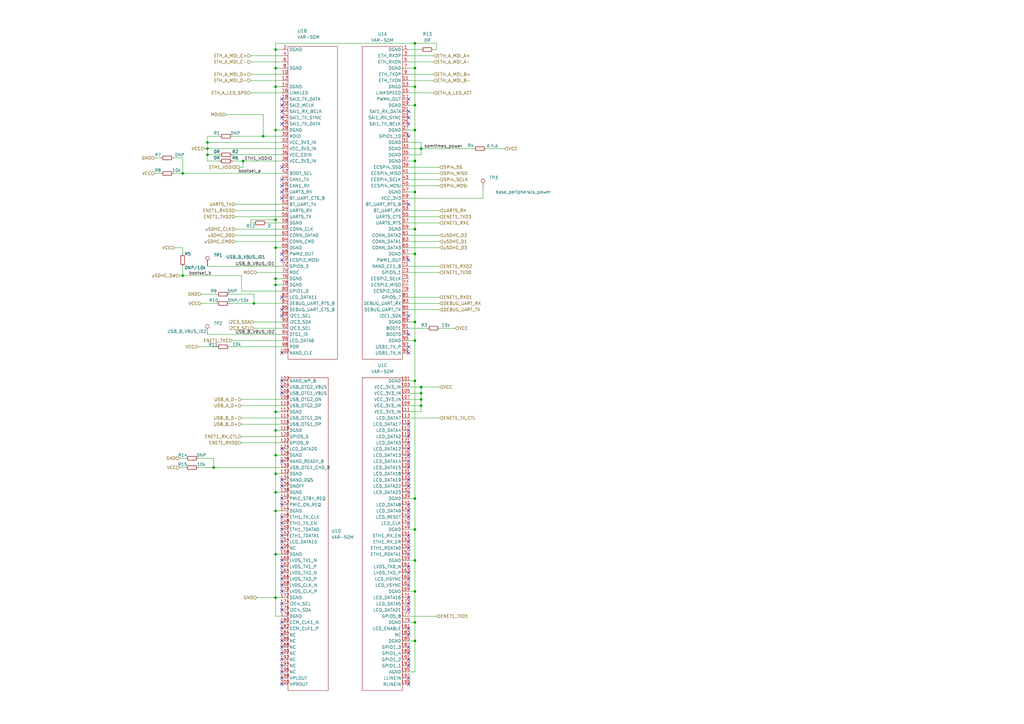
<source format=kicad_sch>
(kicad_sch (version 20211123) (generator eeschema)

  (uuid 1895faed-13c7-4877-930c-ef39a1d7419c)

  (paper "A3")

  (lib_symbols
    (symbol "Connector:TestPoint" (pin_numbers hide) (pin_names (offset 0.762) hide) (in_bom yes) (on_board yes)
      (property "Reference" "TP" (id 0) (at 0 6.858 0)
        (effects (font (size 1.27 1.27)))
      )
      (property "Value" "TestPoint" (id 1) (at 0 5.08 0)
        (effects (font (size 1.27 1.27)))
      )
      (property "Footprint" "" (id 2) (at 5.08 0 0)
        (effects (font (size 1.27 1.27)) hide)
      )
      (property "Datasheet" "~" (id 3) (at 5.08 0 0)
        (effects (font (size 1.27 1.27)) hide)
      )
      (property "ki_keywords" "test point tp" (id 4) (at 0 0 0)
        (effects (font (size 1.27 1.27)) hide)
      )
      (property "ki_description" "test point" (id 5) (at 0 0 0)
        (effects (font (size 1.27 1.27)) hide)
      )
      (property "ki_fp_filters" "Pin* Test*" (id 6) (at 0 0 0)
        (effects (font (size 1.27 1.27)) hide)
      )
      (symbol "TestPoint_0_1"
        (circle (center 0 3.302) (radius 0.762)
          (stroke (width 0) (type default) (color 0 0 0 0))
          (fill (type none))
        )
      )
      (symbol "TestPoint_1_1"
        (pin passive line (at 0 0 90) (length 2.54)
          (name "1" (effects (font (size 1.27 1.27))))
          (number "1" (effects (font (size 1.27 1.27))))
        )
      )
    )
    (symbol "Device:R_Small" (pin_numbers hide) (pin_names (offset 0.254) hide) (in_bom yes) (on_board yes)
      (property "Reference" "R" (id 0) (at 0.762 0.508 0)
        (effects (font (size 1.27 1.27)) (justify left))
      )
      (property "Value" "R_Small" (id 1) (at 0.762 -1.016 0)
        (effects (font (size 1.27 1.27)) (justify left))
      )
      (property "Footprint" "" (id 2) (at 0 0 0)
        (effects (font (size 1.27 1.27)) hide)
      )
      (property "Datasheet" "~" (id 3) (at 0 0 0)
        (effects (font (size 1.27 1.27)) hide)
      )
      (property "ki_keywords" "R resistor" (id 4) (at 0 0 0)
        (effects (font (size 1.27 1.27)) hide)
      )
      (property "ki_description" "Resistor, small symbol" (id 5) (at 0 0 0)
        (effects (font (size 1.27 1.27)) hide)
      )
      (property "ki_fp_filters" "R_*" (id 6) (at 0 0 0)
        (effects (font (size 1.27 1.27)) hide)
      )
      (symbol "R_Small_0_1"
        (rectangle (start -0.762 1.778) (end 0.762 -1.778)
          (stroke (width 0.2032) (type default) (color 0 0 0 0))
          (fill (type none))
        )
      )
      (symbol "R_Small_1_1"
        (pin passive line (at 0 2.54 270) (length 0.762)
          (name "~" (effects (font (size 1.27 1.27))))
          (number "1" (effects (font (size 1.27 1.27))))
        )
        (pin passive line (at 0 -2.54 90) (length 0.762)
          (name "~" (effects (font (size 1.27 1.27))))
          (number "2" (effects (font (size 1.27 1.27))))
        )
      )
    )
    (symbol "b107:VAR-SOM" (in_bom yes) (on_board yes)
      (property "Reference" "U" (id 0) (at -7.62 66.04 0)
        (effects (font (size 1.27 1.27)))
      )
      (property "Value" "VAR-SOM" (id 1) (at -3.81 63.5 0)
        (effects (font (size 1.27 1.27)))
      )
      (property "Footprint" "" (id 2) (at -3.81 60.96 0)
        (effects (font (size 1.27 1.27)) hide)
      )
      (property "Datasheet" "" (id 3) (at -3.81 60.96 0)
        (effects (font (size 1.27 1.27)) hide)
      )
      (property "ki_locked" "" (id 4) (at 0 0 0)
        (effects (font (size 1.27 1.27)))
      )
      (symbol "VAR-SOM_1_0"
        (pin unspecified line (at -10.16 58.42 0) (length 2.54)
          (name "DGND" (effects (font (size 1.27 1.27))))
          (number "1" (effects (font (size 1.27 1.27))))
        )
        (pin unspecified line (at -10.16 45.72 0) (length 2.54)
          (name "ETH_TXDN" (effects (font (size 1.27 1.27))))
          (number "11" (effects (font (size 1.27 1.27))))
        )
        (pin unspecified line (at -10.16 43.18 0) (length 2.54)
          (name "DNGD" (effects (font (size 1.27 1.27))))
          (number "13" (effects (font (size 1.27 1.27))))
        )
        (pin unspecified line (at -10.16 40.64 0) (length 2.54)
          (name "LINKSPEED" (effects (font (size 1.27 1.27))))
          (number "15" (effects (font (size 1.27 1.27))))
        )
        (pin unspecified line (at -10.16 38.1 0) (length 2.54)
          (name "PWM4_OUT" (effects (font (size 1.27 1.27))))
          (number "17" (effects (font (size 1.27 1.27))))
        )
        (pin unspecified line (at -10.16 35.56 0) (length 2.54)
          (name "DGND" (effects (font (size 1.27 1.27))))
          (number "19" (effects (font (size 1.27 1.27))))
        )
        (pin unspecified line (at -10.16 33.02 0) (length 2.54)
          (name "SAI1_RX_DATA" (effects (font (size 1.27 1.27))))
          (number "21" (effects (font (size 1.27 1.27))))
        )
        (pin unspecified line (at -10.16 30.48 0) (length 2.54)
          (name "SAI1_RX_SYNC" (effects (font (size 1.27 1.27))))
          (number "23" (effects (font (size 1.27 1.27))))
        )
        (pin unspecified line (at -10.16 27.94 0) (length 2.54)
          (name "SAI1_TX_BCLK" (effects (font (size 1.27 1.27))))
          (number "25" (effects (font (size 1.27 1.27))))
        )
        (pin unspecified line (at -10.16 25.4 0) (length 2.54)
          (name "DGND" (effects (font (size 1.27 1.27))))
          (number "27" (effects (font (size 1.27 1.27))))
        )
        (pin unspecified line (at -10.16 22.86 0) (length 2.54)
          (name "GPIO1_10" (effects (font (size 1.27 1.27))))
          (number "29" (effects (font (size 1.27 1.27))))
        )
        (pin unspecified line (at -10.16 55.88 0) (length 2.54)
          (name "ETH_RXDP" (effects (font (size 1.27 1.27))))
          (number "3" (effects (font (size 1.27 1.27))))
        )
        (pin unspecified line (at -10.16 20.32 0) (length 2.54)
          (name "DGND" (effects (font (size 1.27 1.27))))
          (number "31" (effects (font (size 1.27 1.27))))
        )
        (pin unspecified line (at -10.16 17.78 0) (length 2.54)
          (name "DGND" (effects (font (size 1.27 1.27))))
          (number "33" (effects (font (size 1.27 1.27))))
        )
        (pin unspecified line (at -10.16 15.24 0) (length 2.54)
          (name "DGND" (effects (font (size 1.27 1.27))))
          (number "35" (effects (font (size 1.27 1.27))))
        )
        (pin unspecified line (at -10.16 12.7 0) (length 2.54)
          (name "DGND" (effects (font (size 1.27 1.27))))
          (number "37" (effects (font (size 1.27 1.27))))
        )
        (pin unspecified line (at -10.16 10.16 0) (length 2.54)
          (name "ECSPI4_SS0" (effects (font (size 1.27 1.27))))
          (number "39" (effects (font (size 1.27 1.27))))
        )
        (pin unspecified line (at -10.16 7.62 0) (length 2.54)
          (name "ECSPI4_MISO" (effects (font (size 1.27 1.27))))
          (number "41" (effects (font (size 1.27 1.27))))
        )
        (pin unspecified line (at -10.16 5.08 0) (length 2.54)
          (name "ECSPI4_SCLK" (effects (font (size 1.27 1.27))))
          (number "43" (effects (font (size 1.27 1.27))))
        )
        (pin unspecified line (at -10.16 2.54 0) (length 2.54)
          (name "ECSPI4_MOSI" (effects (font (size 1.27 1.27))))
          (number "45" (effects (font (size 1.27 1.27))))
        )
        (pin unspecified line (at -10.16 0 0) (length 2.54)
          (name "DGND" (effects (font (size 1.27 1.27))))
          (number "47" (effects (font (size 1.27 1.27))))
        )
        (pin unspecified line (at -10.16 -2.54 0) (length 2.54)
          (name "VCC_3V3" (effects (font (size 1.27 1.27))))
          (number "49" (effects (font (size 1.27 1.27))))
        )
        (pin unspecified line (at -10.16 53.34 0) (length 2.54)
          (name "ETH_RXDN" (effects (font (size 1.27 1.27))))
          (number "5" (effects (font (size 1.27 1.27))))
        )
        (pin unspecified line (at -10.16 -5.08 0) (length 2.54)
          (name "BT_UART_RTS_B" (effects (font (size 1.27 1.27))))
          (number "51" (effects (font (size 1.27 1.27))))
        )
        (pin unspecified line (at -10.16 -7.62 0) (length 2.54)
          (name "BT_UART_RX" (effects (font (size 1.27 1.27))))
          (number "53" (effects (font (size 1.27 1.27))))
        )
        (pin unspecified line (at -10.16 -10.16 0) (length 2.54)
          (name "UART5_CTS" (effects (font (size 1.27 1.27))))
          (number "55" (effects (font (size 1.27 1.27))))
        )
        (pin unspecified line (at -10.16 -12.7 0) (length 2.54)
          (name "UART5_RTS" (effects (font (size 1.27 1.27))))
          (number "57" (effects (font (size 1.27 1.27))))
        )
        (pin unspecified line (at -10.16 -15.24 0) (length 2.54)
          (name "DGND" (effects (font (size 1.27 1.27))))
          (number "59" (effects (font (size 1.27 1.27))))
        )
        (pin unspecified line (at -10.16 -17.78 0) (length 2.54)
          (name "CONN_DATA2" (effects (font (size 1.27 1.27))))
          (number "61" (effects (font (size 1.27 1.27))))
        )
        (pin unspecified line (at -10.16 -20.32 0) (length 2.54)
          (name "CONN_DATA1" (effects (font (size 1.27 1.27))))
          (number "63" (effects (font (size 1.27 1.27))))
        )
        (pin unspecified line (at -10.16 -22.86 0) (length 2.54)
          (name "CONN_DATA3" (effects (font (size 1.27 1.27))))
          (number "65" (effects (font (size 1.27 1.27))))
        )
        (pin unspecified line (at -10.16 -25.4 0) (length 2.54)
          (name "DGND" (effects (font (size 1.27 1.27))))
          (number "67" (effects (font (size 1.27 1.27))))
        )
        (pin unspecified line (at -10.16 -27.94 0) (length 2.54)
          (name "PWM1_OUT" (effects (font (size 1.27 1.27))))
          (number "69" (effects (font (size 1.27 1.27))))
        )
        (pin unspecified line (at -10.16 50.8 0) (length 2.54)
          (name "DGND" (effects (font (size 1.27 1.27))))
          (number "7" (effects (font (size 1.27 1.27))))
        )
        (pin unspecified line (at -10.16 -30.48 0) (length 2.54)
          (name "NAND_CE1_B" (effects (font (size 1.27 1.27))))
          (number "71" (effects (font (size 1.27 1.27))))
        )
        (pin unspecified line (at -10.16 -33.02 0) (length 2.54)
          (name "GPIO5_1" (effects (font (size 1.27 1.27))))
          (number "73" (effects (font (size 1.27 1.27))))
        )
        (pin unspecified line (at -10.16 -35.56 0) (length 2.54)
          (name "ECSPI2_SCLK" (effects (font (size 1.27 1.27))))
          (number "75" (effects (font (size 1.27 1.27))))
        )
        (pin unspecified line (at -10.16 -38.1 0) (length 2.54)
          (name "ECSPI2_MISO" (effects (font (size 1.27 1.27))))
          (number "77" (effects (font (size 1.27 1.27))))
        )
        (pin unspecified line (at -10.16 -40.64 0) (length 2.54)
          (name "ECSPI2_SS0" (effects (font (size 1.27 1.27))))
          (number "79" (effects (font (size 1.27 1.27))))
        )
        (pin unspecified line (at -10.16 -43.18 0) (length 2.54)
          (name "GPIO5_7" (effects (font (size 1.27 1.27))))
          (number "81" (effects (font (size 1.27 1.27))))
        )
        (pin unspecified line (at -10.16 -45.72 0) (length 2.54)
          (name "DEBUG_UART_RX" (effects (font (size 1.27 1.27))))
          (number "83" (effects (font (size 1.27 1.27))))
        )
        (pin unspecified line (at -10.16 -48.26 0) (length 2.54)
          (name "DEBUG_UART_TX" (effects (font (size 1.27 1.27))))
          (number "85" (effects (font (size 1.27 1.27))))
        )
        (pin unspecified line (at -10.16 -50.8 0) (length 2.54)
          (name "I2C1_SDA" (effects (font (size 1.27 1.27))))
          (number "87" (effects (font (size 1.27 1.27))))
        )
        (pin unspecified line (at -10.16 -53.34 0) (length 2.54)
          (name "DGND" (effects (font (size 1.27 1.27))))
          (number "89" (effects (font (size 1.27 1.27))))
        )
        (pin unspecified line (at -10.16 48.26 0) (length 2.54)
          (name "ETH_TXDP" (effects (font (size 1.27 1.27))))
          (number "9" (effects (font (size 1.27 1.27))))
        )
        (pin unspecified line (at -10.16 -55.88 0) (length 2.54)
          (name "BOOT1" (effects (font (size 1.27 1.27))))
          (number "91" (effects (font (size 1.27 1.27))))
        )
        (pin unspecified line (at -10.16 -58.42 0) (length 2.54)
          (name "BOOT0" (effects (font (size 1.27 1.27))))
          (number "93" (effects (font (size 1.27 1.27))))
        )
        (pin unspecified line (at -10.16 -60.96 0) (length 2.54)
          (name "DGND" (effects (font (size 1.27 1.27))))
          (number "95" (effects (font (size 1.27 1.27))))
        )
        (pin unspecified line (at -10.16 -63.5 0) (length 2.54)
          (name "USB1_TX_P" (effects (font (size 1.27 1.27))))
          (number "97" (effects (font (size 1.27 1.27))))
        )
        (pin unspecified line (at -10.16 -66.04 0) (length 2.54)
          (name "USB1_TX_N" (effects (font (size 1.27 1.27))))
          (number "99" (effects (font (size 1.27 1.27))))
        )
      )
      (symbol "VAR-SOM_1_1"
        (rectangle (start -7.62 59.69) (end 8.89 -68.58)
          (stroke (width 0) (type default) (color 0 0 0 0))
          (fill (type none))
        )
      )
      (symbol "VAR-SOM_2_0"
        (pin unspecified line (at -10.16 48.26 0) (length 2.54)
          (name "" (effects (font (size 1.27 1.27))))
          (number "10" (effects (font (size 1.27 1.27))))
        )
        (pin unspecified line (at -10.16 -66.04 0) (length 2.54)
          (name "NAND_CLE" (effects (font (size 1.27 1.27))))
          (number "100" (effects (font (size 1.27 1.27))))
        )
        (pin unspecified line (at -10.16 45.72 0) (length 2.54)
          (name "" (effects (font (size 1.27 1.27))))
          (number "12" (effects (font (size 1.27 1.27))))
        )
        (pin unspecified line (at -10.16 43.18 0) (length 2.54)
          (name "DGND" (effects (font (size 1.27 1.27))))
          (number "14" (effects (font (size 1.27 1.27))))
        )
        (pin unspecified line (at -10.16 40.64 0) (length 2.54)
          (name "LINKLED" (effects (font (size 1.27 1.27))))
          (number "16" (effects (font (size 1.27 1.27))))
        )
        (pin unspecified line (at -10.16 38.1 0) (length 2.54)
          (name "SAI2_TX_DATA" (effects (font (size 1.27 1.27))))
          (number "18" (effects (font (size 1.27 1.27))))
        )
        (pin unspecified line (at -10.16 58.42 0) (length 2.54)
          (name "DGND" (effects (font (size 1.27 1.27))))
          (number "2" (effects (font (size 1.27 1.27))))
        )
        (pin unspecified line (at -10.16 35.56 0) (length 2.54)
          (name "SAI2_MCLK" (effects (font (size 1.27 1.27))))
          (number "20" (effects (font (size 1.27 1.27))))
        )
        (pin unspecified line (at -10.16 33.02 0) (length 2.54)
          (name "SAI1_RX_BCLK" (effects (font (size 1.27 1.27))))
          (number "22" (effects (font (size 1.27 1.27))))
        )
        (pin unspecified line (at -10.16 30.48 0) (length 2.54)
          (name "SAI1_TX_SYNC" (effects (font (size 1.27 1.27))))
          (number "24" (effects (font (size 1.27 1.27))))
        )
        (pin unspecified line (at -10.16 27.94 0) (length 2.54)
          (name "SAI1_TX_DATA" (effects (font (size 1.27 1.27))))
          (number "26" (effects (font (size 1.27 1.27))))
        )
        (pin unspecified line (at -10.16 25.4 0) (length 2.54)
          (name "DGND" (effects (font (size 1.27 1.27))))
          (number "28" (effects (font (size 1.27 1.27))))
        )
        (pin unspecified line (at -10.16 22.86 0) (length 2.54)
          (name "MDIO" (effects (font (size 1.27 1.27))))
          (number "30" (effects (font (size 1.27 1.27))))
        )
        (pin unspecified line (at -10.16 20.32 0) (length 2.54)
          (name "VCC_3V3_IN" (effects (font (size 1.27 1.27))))
          (number "32" (effects (font (size 1.27 1.27))))
        )
        (pin unspecified line (at -10.16 17.78 0) (length 2.54)
          (name "VCC_3V3_IN" (effects (font (size 1.27 1.27))))
          (number "34" (effects (font (size 1.27 1.27))))
        )
        (pin unspecified line (at -10.16 15.24 0) (length 2.54)
          (name "VCC_COIN" (effects (font (size 1.27 1.27))))
          (number "36" (effects (font (size 1.27 1.27))))
        )
        (pin unspecified line (at -10.16 12.7 0) (length 2.54)
          (name "VCC_3V3_IN" (effects (font (size 1.27 1.27))))
          (number "38" (effects (font (size 1.27 1.27))))
        )
        (pin unspecified line (at -10.16 55.88 0) (length 2.54)
          (name "" (effects (font (size 1.27 1.27))))
          (number "4" (effects (font (size 1.27 1.27))))
        )
        (pin unspecified line (at -10.16 10.16 0) (length 2.54)
          (name "" (effects (font (size 1.27 1.27))))
          (number "40" (effects (font (size 1.27 1.27))))
        )
        (pin unspecified line (at -10.16 7.62 0) (length 2.54)
          (name "BOOT_SEL" (effects (font (size 1.27 1.27))))
          (number "42" (effects (font (size 1.27 1.27))))
        )
        (pin unspecified line (at -10.16 5.08 0) (length 2.54)
          (name "CAN1_TX" (effects (font (size 1.27 1.27))))
          (number "44" (effects (font (size 1.27 1.27))))
        )
        (pin unspecified line (at -10.16 2.54 0) (length 2.54)
          (name "CAN1_RX" (effects (font (size 1.27 1.27))))
          (number "46" (effects (font (size 1.27 1.27))))
        )
        (pin unspecified line (at -10.16 0 0) (length 2.54)
          (name "UART3_RX" (effects (font (size 1.27 1.27))))
          (number "48" (effects (font (size 1.27 1.27))))
        )
        (pin unspecified line (at -10.16 -2.54 0) (length 2.54)
          (name "BT_UART_CTS_B" (effects (font (size 1.27 1.27))))
          (number "50" (effects (font (size 1.27 1.27))))
        )
        (pin unspecified line (at -10.16 -5.08 0) (length 2.54)
          (name "BT_UART_TX" (effects (font (size 1.27 1.27))))
          (number "52" (effects (font (size 1.27 1.27))))
        )
        (pin unspecified line (at -10.16 -7.62 0) (length 2.54)
          (name "UART5_RX" (effects (font (size 1.27 1.27))))
          (number "54" (effects (font (size 1.27 1.27))))
        )
        (pin unspecified line (at -10.16 -10.16 0) (length 2.54)
          (name "UART5_TX" (effects (font (size 1.27 1.27))))
          (number "56" (effects (font (size 1.27 1.27))))
        )
        (pin unspecified line (at -10.16 -12.7 0) (length 2.54)
          (name "DGND" (effects (font (size 1.27 1.27))))
          (number "58" (effects (font (size 1.27 1.27))))
        )
        (pin unspecified line (at -10.16 53.34 0) (length 2.54)
          (name "" (effects (font (size 1.27 1.27))))
          (number "6" (effects (font (size 1.27 1.27))))
        )
        (pin unspecified line (at -10.16 -15.24 0) (length 2.54)
          (name "CONN_CLK" (effects (font (size 1.27 1.27))))
          (number "60" (effects (font (size 1.27 1.27))))
        )
        (pin unspecified line (at -10.16 -17.78 0) (length 2.54)
          (name "CONN_DATA0" (effects (font (size 1.27 1.27))))
          (number "62" (effects (font (size 1.27 1.27))))
        )
        (pin unspecified line (at -10.16 -20.32 0) (length 2.54)
          (name "CONN_CMD" (effects (font (size 1.27 1.27))))
          (number "64" (effects (font (size 1.27 1.27))))
        )
        (pin unspecified line (at -10.16 -22.86 0) (length 2.54)
          (name "DGND" (effects (font (size 1.27 1.27))))
          (number "66" (effects (font (size 1.27 1.27))))
        )
        (pin unspecified line (at -10.16 -25.4 0) (length 2.54)
          (name "PWM2_OUT" (effects (font (size 1.27 1.27))))
          (number "68" (effects (font (size 1.27 1.27))))
        )
        (pin unspecified line (at -10.16 -27.94 0) (length 2.54)
          (name "ECSPI2_MOSI" (effects (font (size 1.27 1.27))))
          (number "70" (effects (font (size 1.27 1.27))))
        )
        (pin unspecified line (at -10.16 -30.48 0) (length 2.54)
          (name "GPIO5_3" (effects (font (size 1.27 1.27))))
          (number "72" (effects (font (size 1.27 1.27))))
        )
        (pin unspecified line (at -10.16 -33.02 0) (length 2.54)
          (name "MDC" (effects (font (size 1.27 1.27))))
          (number "74" (effects (font (size 1.27 1.27))))
        )
        (pin unspecified line (at -10.16 -35.56 0) (length 2.54)
          (name "DGND" (effects (font (size 1.27 1.27))))
          (number "76" (effects (font (size 1.27 1.27))))
        )
        (pin unspecified line (at -10.16 -38.1 0) (length 2.54)
          (name "DGND" (effects (font (size 1.27 1.27))))
          (number "78" (effects (font (size 1.27 1.27))))
        )
        (pin unspecified line (at -10.16 50.8 0) (length 2.54)
          (name "DGND" (effects (font (size 1.27 1.27))))
          (number "8" (effects (font (size 1.27 1.27))))
        )
        (pin unspecified line (at -10.16 -40.64 0) (length 2.54)
          (name "GPIO1_0" (effects (font (size 1.27 1.27))))
          (number "80" (effects (font (size 1.27 1.27))))
        )
        (pin unspecified line (at -10.16 -43.18 0) (length 2.54)
          (name "LCD_DATA11" (effects (font (size 1.27 1.27))))
          (number "82" (effects (font (size 1.27 1.27))))
        )
        (pin unspecified line (at -10.16 -45.72 0) (length 2.54)
          (name "DEBUG_UART_RTS_B" (effects (font (size 1.27 1.27))))
          (number "84" (effects (font (size 1.27 1.27))))
        )
        (pin unspecified line (at -10.16 -48.26 0) (length 2.54)
          (name "DEBUG_UART_CTS_B" (effects (font (size 1.27 1.27))))
          (number "86" (effects (font (size 1.27 1.27))))
        )
        (pin unspecified line (at -10.16 -50.8 0) (length 2.54)
          (name "I2C1_SCL" (effects (font (size 1.27 1.27))))
          (number "88" (effects (font (size 1.27 1.27))))
        )
        (pin unspecified line (at -10.16 -53.34 0) (length 2.54)
          (name "I2C3_SDA" (effects (font (size 1.27 1.27))))
          (number "90" (effects (font (size 1.27 1.27))))
        )
        (pin unspecified line (at -10.16 -55.88 0) (length 2.54)
          (name "I2C3_SCL" (effects (font (size 1.27 1.27))))
          (number "92" (effects (font (size 1.27 1.27))))
        )
        (pin unspecified line (at -10.16 -58.42 0) (length 2.54)
          (name "OTG1_ID" (effects (font (size 1.27 1.27))))
          (number "94" (effects (font (size 1.27 1.27))))
        )
        (pin unspecified line (at -10.16 -60.96 0) (length 2.54)
          (name "LCD_DATA6" (effects (font (size 1.27 1.27))))
          (number "96" (effects (font (size 1.27 1.27))))
        )
        (pin unspecified line (at -10.16 -63.5 0) (length 2.54)
          (name "POR" (effects (font (size 1.27 1.27))))
          (number "98" (effects (font (size 1.27 1.27))))
        )
      )
      (symbol "VAR-SOM_2_1"
        (rectangle (start -7.62 59.69) (end 12.7 -68.58)
          (stroke (width 0) (type default) (color 0 0 0 0))
          (fill (type none))
        )
      )
      (symbol "VAR-SOM_3_0"
        (pin unspecified line (at -10.16 58.42 0) (length 2.54)
          (name "DGND" (effects (font (size 1.27 1.27))))
          (number "101" (effects (font (size 1.27 1.27))))
        )
        (pin unspecified line (at -10.16 55.88 0) (length 2.54)
          (name "VCC_3V3_IN" (effects (font (size 1.27 1.27))))
          (number "103" (effects (font (size 1.27 1.27))))
        )
        (pin unspecified line (at -10.16 53.34 0) (length 2.54)
          (name "VCC_3V3_IN" (effects (font (size 1.27 1.27))))
          (number "105" (effects (font (size 1.27 1.27))))
        )
        (pin unspecified line (at -10.16 50.8 0) (length 2.54)
          (name "VCC_3V3_IN" (effects (font (size 1.27 1.27))))
          (number "107" (effects (font (size 1.27 1.27))))
        )
        (pin unspecified line (at -10.16 48.26 0) (length 2.54)
          (name "VCC_3V3_IN" (effects (font (size 1.27 1.27))))
          (number "109" (effects (font (size 1.27 1.27))))
        )
        (pin unspecified line (at -10.16 45.72 0) (length 2.54)
          (name "VCC_3V3_IN" (effects (font (size 1.27 1.27))))
          (number "111" (effects (font (size 1.27 1.27))))
        )
        (pin unspecified line (at -10.16 43.18 0) (length 2.54)
          (name "LCD_DATA7" (effects (font (size 1.27 1.27))))
          (number "113" (effects (font (size 1.27 1.27))))
        )
        (pin unspecified line (at -10.16 40.64 0) (length 2.54)
          (name "LCD_DATA17" (effects (font (size 1.27 1.27))))
          (number "115" (effects (font (size 1.27 1.27))))
        )
        (pin unspecified line (at -10.16 38.1 0) (length 2.54)
          (name "LCD_DATA4" (effects (font (size 1.27 1.27))))
          (number "117" (effects (font (size 1.27 1.27))))
        )
        (pin unspecified line (at -10.16 35.56 0) (length 2.54)
          (name "LCD_DATA2" (effects (font (size 1.27 1.27))))
          (number "119" (effects (font (size 1.27 1.27))))
        )
        (pin unspecified line (at -10.16 33.02 0) (length 2.54)
          (name "LCD_DATA3" (effects (font (size 1.27 1.27))))
          (number "121" (effects (font (size 1.27 1.27))))
        )
        (pin unspecified line (at -10.16 30.48 0) (length 2.54)
          (name "LCD_DATA12" (effects (font (size 1.27 1.27))))
          (number "123" (effects (font (size 1.27 1.27))))
        )
        (pin unspecified line (at -10.16 27.94 0) (length 2.54)
          (name "LCD_DATA13" (effects (font (size 1.27 1.27))))
          (number "125" (effects (font (size 1.27 1.27))))
        )
        (pin unspecified line (at -10.16 25.4 0) (length 2.54)
          (name "LCD_DATA14" (effects (font (size 1.27 1.27))))
          (number "127" (effects (font (size 1.27 1.27))))
        )
        (pin unspecified line (at -10.16 22.86 0) (length 2.54)
          (name "LCD_DATA15" (effects (font (size 1.27 1.27))))
          (number "129" (effects (font (size 1.27 1.27))))
        )
        (pin unspecified line (at -10.16 20.32 0) (length 2.54)
          (name "LCD_DATA18" (effects (font (size 1.27 1.27))))
          (number "131" (effects (font (size 1.27 1.27))))
        )
        (pin unspecified line (at -10.16 17.78 0) (length 2.54)
          (name "LCD_DATA19" (effects (font (size 1.27 1.27))))
          (number "133" (effects (font (size 1.27 1.27))))
        )
        (pin unspecified line (at -10.16 15.24 0) (length 2.54)
          (name "LCD_DATA22" (effects (font (size 1.27 1.27))))
          (number "135" (effects (font (size 1.27 1.27))))
        )
        (pin unspecified line (at -10.16 12.7 0) (length 2.54)
          (name "LCD_DATA23" (effects (font (size 1.27 1.27))))
          (number "137" (effects (font (size 1.27 1.27))))
        )
        (pin unspecified line (at -10.16 10.16 0) (length 2.54)
          (name "DGND" (effects (font (size 1.27 1.27))))
          (number "139" (effects (font (size 1.27 1.27))))
        )
        (pin unspecified line (at -10.16 7.62 0) (length 2.54)
          (name "LCD_DATA8" (effects (font (size 1.27 1.27))))
          (number "141" (effects (font (size 1.27 1.27))))
        )
        (pin unspecified line (at -10.16 5.08 0) (length 2.54)
          (name "LCD_DATA9" (effects (font (size 1.27 1.27))))
          (number "143" (effects (font (size 1.27 1.27))))
        )
        (pin unspecified line (at -10.16 2.54 0) (length 2.54)
          (name "LCD_RESET" (effects (font (size 1.27 1.27))))
          (number "145" (effects (font (size 1.27 1.27))))
        )
        (pin unspecified line (at -10.16 0 0) (length 2.54)
          (name "LCD_CLK" (effects (font (size 1.27 1.27))))
          (number "147" (effects (font (size 1.27 1.27))))
        )
        (pin unspecified line (at -10.16 -2.54 0) (length 2.54)
          (name "DGND" (effects (font (size 1.27 1.27))))
          (number "149" (effects (font (size 1.27 1.27))))
        )
        (pin unspecified line (at -10.16 -5.08 0) (length 2.54)
          (name "ETH1_RX_EN" (effects (font (size 1.27 1.27))))
          (number "151" (effects (font (size 1.27 1.27))))
        )
        (pin unspecified line (at -10.16 -7.62 0) (length 2.54)
          (name "ETH1_RX_ER" (effects (font (size 1.27 1.27))))
          (number "153" (effects (font (size 1.27 1.27))))
        )
        (pin unspecified line (at -10.16 -10.16 0) (length 2.54)
          (name "ETH1_RDATA0" (effects (font (size 1.27 1.27))))
          (number "155" (effects (font (size 1.27 1.27))))
        )
        (pin unspecified line (at -10.16 -12.7 0) (length 2.54)
          (name "ETH1_RDATA1" (effects (font (size 1.27 1.27))))
          (number "157" (effects (font (size 1.27 1.27))))
        )
        (pin unspecified line (at -10.16 -15.24 0) (length 2.54)
          (name "DGND" (effects (font (size 1.27 1.27))))
          (number "159" (effects (font (size 1.27 1.27))))
        )
        (pin unspecified line (at -10.16 -17.78 0) (length 2.54)
          (name "LVDS_TX0_N" (effects (font (size 1.27 1.27))))
          (number "161" (effects (font (size 1.27 1.27))))
        )
        (pin unspecified line (at -10.16 -20.32 0) (length 2.54)
          (name "LVDS_TX0_P" (effects (font (size 1.27 1.27))))
          (number "163" (effects (font (size 1.27 1.27))))
        )
        (pin unspecified line (at -10.16 -22.86 0) (length 2.54)
          (name "LCD_HSYNC" (effects (font (size 1.27 1.27))))
          (number "165" (effects (font (size 1.27 1.27))))
        )
        (pin unspecified line (at -10.16 -25.4 0) (length 2.54)
          (name "LCD_VSYNC" (effects (font (size 1.27 1.27))))
          (number "167" (effects (font (size 1.27 1.27))))
        )
        (pin unspecified line (at -10.16 -27.94 0) (length 2.54)
          (name "DGND" (effects (font (size 1.27 1.27))))
          (number "169" (effects (font (size 1.27 1.27))))
        )
        (pin unspecified line (at -10.16 -30.48 0) (length 2.54)
          (name "LCD_DATA16" (effects (font (size 1.27 1.27))))
          (number "171" (effects (font (size 1.27 1.27))))
        )
        (pin unspecified line (at -10.16 -33.02 0) (length 2.54)
          (name "LCD_DATA5" (effects (font (size 1.27 1.27))))
          (number "173" (effects (font (size 1.27 1.27))))
        )
        (pin unspecified line (at -10.16 -35.56 0) (length 2.54)
          (name "LCD_DATA21" (effects (font (size 1.27 1.27))))
          (number "175" (effects (font (size 1.27 1.27))))
        )
        (pin unspecified line (at -10.16 -38.1 0) (length 2.54)
          (name "GPIO5_8" (effects (font (size 1.27 1.27))))
          (number "177" (effects (font (size 1.27 1.27))))
        )
        (pin unspecified line (at -10.16 -40.64 0) (length 2.54)
          (name "DGND" (effects (font (size 1.27 1.27))))
          (number "179" (effects (font (size 1.27 1.27))))
        )
        (pin unspecified line (at -10.16 -43.18 0) (length 2.54)
          (name "LCD_ENABLE" (effects (font (size 1.27 1.27))))
          (number "181" (effects (font (size 1.27 1.27))))
        )
        (pin unspecified line (at -10.16 -45.72 0) (length 2.54)
          (name "NC" (effects (font (size 1.27 1.27))))
          (number "183" (effects (font (size 1.27 1.27))))
        )
        (pin unspecified line (at -10.16 -48.26 0) (length 2.54)
          (name "DGND" (effects (font (size 1.27 1.27))))
          (number "185" (effects (font (size 1.27 1.27))))
        )
        (pin unspecified line (at -10.16 -50.8 0) (length 2.54)
          (name "GPIO1_3" (effects (font (size 1.27 1.27))))
          (number "187" (effects (font (size 1.27 1.27))))
        )
        (pin unspecified line (at -10.16 -53.34 0) (length 2.54)
          (name "GPIO1_4" (effects (font (size 1.27 1.27))))
          (number "189" (effects (font (size 1.27 1.27))))
        )
        (pin unspecified line (at -10.16 -55.88 0) (length 2.54)
          (name "GPIO1_2" (effects (font (size 1.27 1.27))))
          (number "191" (effects (font (size 1.27 1.27))))
        )
        (pin unspecified line (at -10.16 -58.42 0) (length 2.54)
          (name "GPIO1_1" (effects (font (size 1.27 1.27))))
          (number "193" (effects (font (size 1.27 1.27))))
        )
        (pin unspecified line (at -10.16 -60.96 0) (length 2.54)
          (name "AGND" (effects (font (size 1.27 1.27))))
          (number "195" (effects (font (size 1.27 1.27))))
        )
        (pin unspecified line (at -10.16 -63.5 0) (length 2.54)
          (name "LLINEIN" (effects (font (size 1.27 1.27))))
          (number "197" (effects (font (size 1.27 1.27))))
        )
        (pin unspecified line (at -10.16 -66.04 0) (length 2.54)
          (name "RLINEIN" (effects (font (size 1.27 1.27))))
          (number "199" (effects (font (size 1.27 1.27))))
        )
      )
      (symbol "VAR-SOM_3_1"
        (rectangle (start -7.62 59.69) (end 8.89 -68.58)
          (stroke (width 0) (type default) (color 0 0 0 0))
          (fill (type none))
        )
      )
      (symbol "VAR-SOM_4_0"
        (pin unspecified line (at -10.16 58.42 0) (length 2.54)
          (name "NAND_WP_B" (effects (font (size 1.27 1.27))))
          (number "102" (effects (font (size 1.27 1.27))))
        )
        (pin unspecified line (at -10.16 55.88 0) (length 2.54)
          (name "USB_OTG2_VBUS" (effects (font (size 1.27 1.27))))
          (number "104" (effects (font (size 1.27 1.27))))
        )
        (pin unspecified line (at -10.16 53.34 0) (length 2.54)
          (name "USB_OTG1_VBUS" (effects (font (size 1.27 1.27))))
          (number "106" (effects (font (size 1.27 1.27))))
        )
        (pin unspecified line (at -10.16 50.8 0) (length 2.54)
          (name "USB_OTG2_DN" (effects (font (size 1.27 1.27))))
          (number "108" (effects (font (size 1.27 1.27))))
        )
        (pin unspecified line (at -10.16 48.26 0) (length 2.54)
          (name "USB_OTG2_DP" (effects (font (size 1.27 1.27))))
          (number "110" (effects (font (size 1.27 1.27))))
        )
        (pin unspecified line (at -10.16 45.72 0) (length 2.54)
          (name "DGND" (effects (font (size 1.27 1.27))))
          (number "112" (effects (font (size 1.27 1.27))))
        )
        (pin unspecified line (at -10.16 43.18 0) (length 2.54)
          (name "USB_OTG1_DN" (effects (font (size 1.27 1.27))))
          (number "114" (effects (font (size 1.27 1.27))))
        )
        (pin unspecified line (at -10.16 40.64 0) (length 2.54)
          (name "USB_OTG1_DP" (effects (font (size 1.27 1.27))))
          (number "116" (effects (font (size 1.27 1.27))))
        )
        (pin unspecified line (at -10.16 38.1 0) (length 2.54)
          (name "DGND" (effects (font (size 1.27 1.27))))
          (number "118" (effects (font (size 1.27 1.27))))
        )
        (pin unspecified line (at -10.16 35.56 0) (length 2.54)
          (name "GPIO5_5" (effects (font (size 1.27 1.27))))
          (number "120" (effects (font (size 1.27 1.27))))
        )
        (pin unspecified line (at -10.16 33.02 0) (length 2.54)
          (name "GPIO5_9" (effects (font (size 1.27 1.27))))
          (number "122" (effects (font (size 1.27 1.27))))
        )
        (pin unspecified line (at -10.16 30.48 0) (length 2.54)
          (name "LCD_DATA20" (effects (font (size 1.27 1.27))))
          (number "124" (effects (font (size 1.27 1.27))))
        )
        (pin unspecified line (at -10.16 27.94 0) (length 2.54)
          (name "DGND" (effects (font (size 1.27 1.27))))
          (number "126" (effects (font (size 1.27 1.27))))
        )
        (pin unspecified line (at -10.16 25.4 0) (length 2.54)
          (name "NAND_READY_B" (effects (font (size 1.27 1.27))))
          (number "128" (effects (font (size 1.27 1.27))))
        )
        (pin unspecified line (at -10.16 22.86 0) (length 2.54)
          (name "USB_OTG1_CHD_B" (effects (font (size 1.27 1.27))))
          (number "130" (effects (font (size 1.27 1.27))))
        )
        (pin unspecified line (at -10.16 20.32 0) (length 2.54)
          (name "DGND" (effects (font (size 1.27 1.27))))
          (number "132" (effects (font (size 1.27 1.27))))
        )
        (pin unspecified line (at -10.16 17.78 0) (length 2.54)
          (name "NAND_DQS" (effects (font (size 1.27 1.27))))
          (number "134" (effects (font (size 1.27 1.27))))
        )
        (pin unspecified line (at -10.16 15.24 0) (length 2.54)
          (name "ONOFF" (effects (font (size 1.27 1.27))))
          (number "136" (effects (font (size 1.27 1.27))))
        )
        (pin unspecified line (at -10.16 12.7 0) (length 2.54)
          (name "DGND" (effects (font (size 1.27 1.27))))
          (number "138" (effects (font (size 1.27 1.27))))
        )
        (pin unspecified line (at -10.16 10.16 0) (length 2.54)
          (name "PMIC_STBY_REQ" (effects (font (size 1.27 1.27))))
          (number "140" (effects (font (size 1.27 1.27))))
        )
        (pin unspecified line (at -10.16 7.62 0) (length 2.54)
          (name "PMIC_ON_REQ" (effects (font (size 1.27 1.27))))
          (number "142" (effects (font (size 1.27 1.27))))
        )
        (pin unspecified line (at -10.16 5.08 0) (length 2.54)
          (name "DGND" (effects (font (size 1.27 1.27))))
          (number "144" (effects (font (size 1.27 1.27))))
        )
        (pin unspecified line (at -10.16 2.54 0) (length 2.54)
          (name "ETH1_TX_CLK" (effects (font (size 1.27 1.27))))
          (number "146" (effects (font (size 1.27 1.27))))
        )
        (pin unspecified line (at -10.16 0 0) (length 2.54)
          (name "ETH1_TX_EN" (effects (font (size 1.27 1.27))))
          (number "148" (effects (font (size 1.27 1.27))))
        )
        (pin unspecified line (at -10.16 -2.54 0) (length 2.54)
          (name "ETH1_TDATA0" (effects (font (size 1.27 1.27))))
          (number "150" (effects (font (size 1.27 1.27))))
        )
        (pin unspecified line (at -10.16 -5.08 0) (length 2.54)
          (name "ETH1_TDATA1" (effects (font (size 1.27 1.27))))
          (number "152" (effects (font (size 1.27 1.27))))
        )
        (pin unspecified line (at -10.16 -7.62 0) (length 2.54)
          (name "LCD_DATA10" (effects (font (size 1.27 1.27))))
          (number "154" (effects (font (size 1.27 1.27))))
        )
        (pin unspecified line (at -10.16 -10.16 0) (length 2.54)
          (name "NC" (effects (font (size 1.27 1.27))))
          (number "156" (effects (font (size 1.27 1.27))))
        )
        (pin unspecified line (at -10.16 -12.7 0) (length 2.54)
          (name "DGND" (effects (font (size 1.27 1.27))))
          (number "158" (effects (font (size 1.27 1.27))))
        )
        (pin unspecified line (at -10.16 -15.24 0) (length 2.54)
          (name "LVDS_TX1_N" (effects (font (size 1.27 1.27))))
          (number "160" (effects (font (size 1.27 1.27))))
        )
        (pin unspecified line (at -10.16 -17.78 0) (length 2.54)
          (name "LVDS_TX1_P" (effects (font (size 1.27 1.27))))
          (number "162" (effects (font (size 1.27 1.27))))
        )
        (pin unspecified line (at -10.16 -20.32 0) (length 2.54)
          (name "LVDS_TX2_N" (effects (font (size 1.27 1.27))))
          (number "164" (effects (font (size 1.27 1.27))))
        )
        (pin unspecified line (at -10.16 -22.86 0) (length 2.54)
          (name "LVDS_TX2_P" (effects (font (size 1.27 1.27))))
          (number "166" (effects (font (size 1.27 1.27))))
        )
        (pin unspecified line (at -10.16 -25.4 0) (length 2.54)
          (name "LVDS_CLK_N" (effects (font (size 1.27 1.27))))
          (number "168" (effects (font (size 1.27 1.27))))
        )
        (pin unspecified line (at -10.16 -27.94 0) (length 2.54)
          (name "LVDS_CLK_P" (effects (font (size 1.27 1.27))))
          (number "170" (effects (font (size 1.27 1.27))))
        )
        (pin unspecified line (at -10.16 -30.48 0) (length 2.54)
          (name "DGND" (effects (font (size 1.27 1.27))))
          (number "172" (effects (font (size 1.27 1.27))))
        )
        (pin unspecified line (at -10.16 -33.02 0) (length 2.54)
          (name "I2C4_SCL" (effects (font (size 1.27 1.27))))
          (number "174" (effects (font (size 1.27 1.27))))
        )
        (pin unspecified line (at -10.16 -35.56 0) (length 2.54)
          (name "I2C4_SDA" (effects (font (size 1.27 1.27))))
          (number "176" (effects (font (size 1.27 1.27))))
        )
        (pin unspecified line (at -10.16 -38.1 0) (length 2.54)
          (name "DGND" (effects (font (size 1.27 1.27))))
          (number "178" (effects (font (size 1.27 1.27))))
        )
        (pin unspecified line (at -10.16 -40.64 0) (length 2.54)
          (name "CCM_CLK1_N" (effects (font (size 1.27 1.27))))
          (number "180" (effects (font (size 1.27 1.27))))
        )
        (pin unspecified line (at -10.16 -43.18 0) (length 2.54)
          (name "CCM_CLK1_P" (effects (font (size 1.27 1.27))))
          (number "182" (effects (font (size 1.27 1.27))))
        )
        (pin unspecified line (at -10.16 -45.72 0) (length 2.54)
          (name "NC" (effects (font (size 1.27 1.27))))
          (number "184" (effects (font (size 1.27 1.27))))
        )
        (pin unspecified line (at -10.16 -48.26 0) (length 2.54)
          (name "NC" (effects (font (size 1.27 1.27))))
          (number "186" (effects (font (size 1.27 1.27))))
        )
        (pin unspecified line (at -10.16 -50.8 0) (length 2.54)
          (name "NC" (effects (font (size 1.27 1.27))))
          (number "188" (effects (font (size 1.27 1.27))))
        )
        (pin unspecified line (at -10.16 -53.34 0) (length 2.54)
          (name "NC" (effects (font (size 1.27 1.27))))
          (number "190" (effects (font (size 1.27 1.27))))
        )
        (pin unspecified line (at -10.16 -55.88 0) (length 2.54)
          (name "NC" (effects (font (size 1.27 1.27))))
          (number "192" (effects (font (size 1.27 1.27))))
        )
        (pin unspecified line (at -10.16 -58.42 0) (length 2.54)
          (name "NC" (effects (font (size 1.27 1.27))))
          (number "194" (effects (font (size 1.27 1.27))))
        )
        (pin unspecified line (at -10.16 -60.96 0) (length 2.54)
          (name "NC" (effects (font (size 1.27 1.27))))
          (number "196" (effects (font (size 1.27 1.27))))
        )
        (pin unspecified line (at -10.16 -63.5 0) (length 2.54)
          (name "HPLOUT" (effects (font (size 1.27 1.27))))
          (number "198" (effects (font (size 1.27 1.27))))
        )
        (pin unspecified line (at -10.16 -66.04 0) (length 2.54)
          (name "HPROUT" (effects (font (size 1.27 1.27))))
          (number "200" (effects (font (size 1.27 1.27))))
        )
      )
      (symbol "VAR-SOM_4_1"
        (rectangle (start -7.62 59.69) (end 8.89 -68.58)
          (stroke (width 0) (type default) (color 0 0 0 0))
          (fill (type none))
        )
      )
    )
  )

  (junction (at 113.03 35.56) (diameter 0) (color 0 0 0 0)
    (uuid 03637c25-3f55-466e-abb3-5e55bd3594f5)
  )
  (junction (at 170.18 262.89) (diameter 0) (color 0 0 0 0)
    (uuid 096c5af9-1c65-4df0-a49c-b46ba0f75693)
  )
  (junction (at 113.03 101.6) (diameter 0) (color 0 0 0 0)
    (uuid 0fa1af83-d748-4650-ba68-4e7cce411732)
  )
  (junction (at 172.72 166.37) (diameter 0) (color 0 0 0 0)
    (uuid 1032ac46-de62-4a3f-9daa-a8dfdabbb68d)
  )
  (junction (at 170.18 66.04) (diameter 0) (color 0 0 0 0)
    (uuid 1977103c-f218-4ee8-add9-b1c01d877555)
  )
  (junction (at 113.03 201.93) (diameter 0) (color 0 0 0 0)
    (uuid 1e28a86c-538b-4745-9095-c4e9d6ad6e88)
  )
  (junction (at 170.18 204.47) (diameter 0) (color 0 0 0 0)
    (uuid 20b46cd2-8f76-404b-9faf-8a11963d17b6)
  )
  (junction (at 170.18 104.14) (diameter 0) (color 0 0 0 0)
    (uuid 2407a825-5ce9-44c0-858f-41ebbd882379)
  )
  (junction (at 170.18 255.27) (diameter 0) (color 0 0 0 0)
    (uuid 2c4885a5-ae0d-4b14-83ee-5976281eb6ca)
  )
  (junction (at 113.03 90.17) (diameter 0) (color 0 0 0 0)
    (uuid 2d833f51-d620-4a0f-9a5f-4dc75f66c959)
  )
  (junction (at 172.72 161.29) (diameter 0) (color 0 0 0 0)
    (uuid 300f3ef2-865e-47f6-9320-dbae6818d8af)
  )
  (junction (at 113.03 227.33) (diameter 0) (color 0 0 0 0)
    (uuid 31812e73-ade1-4916-8aaf-dae96a567fd1)
  )
  (junction (at 113.03 209.55) (diameter 0) (color 0 0 0 0)
    (uuid 3188a007-397c-40a5-a627-8e3f68e7298d)
  )
  (junction (at 113.03 168.91) (diameter 0) (color 0 0 0 0)
    (uuid 3c864ee6-2b1f-4d6e-80fc-b7426c661ee4)
  )
  (junction (at 99.695 66.04) (diameter 0) (color 0 0 0 0)
    (uuid 402142b9-7214-4d73-9687-30e564785050)
  )
  (junction (at 172.72 158.75) (diameter 0) (color 0 0 0 0)
    (uuid 4278ed2d-f4da-4b3a-a8b3-f266357d119c)
  )
  (junction (at 113.03 176.53) (diameter 0) (color 0 0 0 0)
    (uuid 4937db6b-9e60-4023-bc3e-350a69c7b679)
  )
  (junction (at 85.09 60.96) (diameter 0) (color 0 0 0 0)
    (uuid 4bf04b2f-04a4-4ca2-8a38-6983ab817f90)
  )
  (junction (at 170.18 93.98) (diameter 0) (color 0 0 0 0)
    (uuid 4e28f05b-2353-4684-bd94-254e4d6823ee)
  )
  (junction (at 170.18 132.08) (diameter 0) (color 0 0 0 0)
    (uuid 52ee8924-c0a3-4e19-a27b-d942ae23271d)
  )
  (junction (at 170.18 217.17) (diameter 0) (color 0 0 0 0)
    (uuid 54b1a294-2e12-4826-8a2c-2d07f9012099)
  )
  (junction (at 170.18 229.87) (diameter 0) (color 0 0 0 0)
    (uuid 5ae14401-b3d0-4784-b58b-ef07049cc991)
  )
  (junction (at 113.03 194.31) (diameter 0) (color 0 0 0 0)
    (uuid 609c6183-a81c-4c2d-88cd-d3ececa1d619)
  )
  (junction (at 170.18 43.18) (diameter 0) (color 0 0 0 0)
    (uuid 655f82ce-c81e-4993-a736-6b0f68546e69)
  )
  (junction (at 170.18 17.78) (diameter 0) (color 0 0 0 0)
    (uuid 6acc6baa-3f17-43dd-8d2a-cd74a27b7dd4)
  )
  (junction (at 172.72 60.96) (diameter 0) (color 0 0 0 0)
    (uuid 6c243443-e16c-4d35-9722-43033f0d392a)
  )
  (junction (at 107.95 55.88) (diameter 0) (color 0 0 0 0)
    (uuid 6c85ca6d-2fb9-458a-a949-1c113070e789)
  )
  (junction (at 74.93 113.03) (diameter 0) (color 0 0 0 0)
    (uuid 834203b0-607e-4c63-8278-8f48329c25ae)
  )
  (junction (at 170.18 156.21) (diameter 0) (color 0 0 0 0)
    (uuid 963a3899-1c46-48f9-9557-d200f1f37b6c)
  )
  (junction (at 170.18 27.94) (diameter 0) (color 0 0 0 0)
    (uuid 990d9cc3-e209-43ce-8bb0-e0e2ed8d9fe4)
  )
  (junction (at 170.18 78.74) (diameter 0) (color 0 0 0 0)
    (uuid 9d642b54-51e9-4aa1-b485-b0cf449afd2c)
  )
  (junction (at 113.03 27.94) (diameter 0) (color 0 0 0 0)
    (uuid 9d8450e3-6dc6-4c96-946d-bf211f92abf1)
  )
  (junction (at 85.09 63.5) (diameter 0) (color 0 0 0 0)
    (uuid b3145503-99f6-4f4e-9d00-f2429b0c26ad)
  )
  (junction (at 74.93 71.12) (diameter 0) (color 0 0 0 0)
    (uuid b4e27a75-a157-46f2-a381-ebbf34c7f7ae)
  )
  (junction (at 104.14 124.46) (diameter 0) (color 0 0 0 0)
    (uuid bcc04fba-91f1-44e7-9af2-2e8e82931d12)
  )
  (junction (at 113.03 245.11) (diameter 0) (color 0 0 0 0)
    (uuid bfc9fce5-1c2b-4993-9393-1ea94f491476)
  )
  (junction (at 85.09 58.42) (diameter 0) (color 0 0 0 0)
    (uuid c802c82b-832d-4274-b297-94b56c45a505)
  )
  (junction (at 170.18 242.57) (diameter 0) (color 0 0 0 0)
    (uuid cc350846-31ed-4524-94dd-9de5220d2bcf)
  )
  (junction (at 170.18 139.7) (diameter 0) (color 0 0 0 0)
    (uuid cee72f49-6f99-452f-9670-76ddc57bd14b)
  )
  (junction (at 113.03 116.84) (diameter 0) (color 0 0 0 0)
    (uuid d1db0774-7d74-40f7-b6f9-ae6424be502d)
  )
  (junction (at 170.18 35.56) (diameter 0) (color 0 0 0 0)
    (uuid d958e6ee-0551-4838-b34d-2d92330db7be)
  )
  (junction (at 170.18 53.34) (diameter 0) (color 0 0 0 0)
    (uuid dd7238ec-258d-4bc8-b22b-dbc94c09bdd9)
  )
  (junction (at 113.03 114.3) (diameter 0) (color 0 0 0 0)
    (uuid de2331eb-e11c-4b49-baa5-cca264df1194)
  )
  (junction (at 113.03 186.69) (diameter 0) (color 0 0 0 0)
    (uuid ee5e64e7-4175-438e-8fb4-e4a8fee7ee61)
  )
  (junction (at 113.03 53.34) (diameter 0) (color 0 0 0 0)
    (uuid ef9aaff2-4bcc-429d-afde-859504a7ea86)
  )
  (junction (at 113.03 20.32) (diameter 0) (color 0 0 0 0)
    (uuid f1fa28b7-43af-4cfd-b5e7-bda0ccacf5de)
  )
  (junction (at 172.72 163.83) (diameter 0) (color 0 0 0 0)
    (uuid fd2801f4-5946-4e9a-9510-8c71196ba1c8)
  )
  (junction (at 87.63 191.77) (diameter 0) (color 0 0 0 0)
    (uuid fff4dc2c-0d95-43b9-a21c-fd5ddeb34c33)
  )

  (no_connect (at 115.57 189.23) (uuid 0d3df80d-7606-4b56-b739-788325ff7ee1))
  (no_connect (at 115.57 184.15) (uuid 0d3df80d-7606-4b56-b739-788325ff7ee2))
  (no_connect (at 115.57 156.21) (uuid 0d3df80d-7606-4b56-b739-788325ff7ee3))
  (no_connect (at 115.57 129.54) (uuid 16fbb2d4-69d0-45c4-9101-c61a09590d2e))
  (no_connect (at 115.57 127) (uuid 16fbb2d4-69d0-45c4-9101-c61a09590d2f))
  (no_connect (at 115.57 121.92) (uuid 16fbb2d4-69d0-45c4-9101-c61a09590d30))
  (no_connect (at 115.57 161.29) (uuid 2e7f0aeb-4a08-4b68-a9f3-d196cf5b1a13))
  (no_connect (at 115.57 68.58) (uuid 34790949-6edc-44ca-b1c0-fe76b845aac0))
  (no_connect (at 115.57 40.64) (uuid 5948708c-b4ac-47d2-a83e-6caa6f03e29f))
  (no_connect (at 115.57 43.18) (uuid 5948708c-b4ac-47d2-a83e-6caa6f03e2a0))
  (no_connect (at 115.57 45.72) (uuid 5948708c-b4ac-47d2-a83e-6caa6f03e2a1))
  (no_connect (at 115.57 48.26) (uuid 5948708c-b4ac-47d2-a83e-6caa6f03e2a2))
  (no_connect (at 115.57 50.8) (uuid 5948708c-b4ac-47d2-a83e-6caa6f03e2a3))
  (no_connect (at 115.57 144.78) (uuid 6a72efce-5648-4201-834b-64663ce908e9))
  (no_connect (at 167.64 129.54) (uuid 6c8c33cb-9a73-4ad4-83b5-0d7b9805b575))
  (no_connect (at 167.64 106.68) (uuid 6c8c33cb-9a73-4ad4-83b5-0d7b9805b576))
  (no_connect (at 167.64 83.82) (uuid 6c8c33cb-9a73-4ad4-83b5-0d7b9805b577))
  (no_connect (at 167.64 144.78) (uuid 6c8c33cb-9a73-4ad4-83b5-0d7b9805b578))
  (no_connect (at 167.64 142.24) (uuid 6c8c33cb-9a73-4ad4-83b5-0d7b9805b579))
  (no_connect (at 167.64 137.16) (uuid 6c8c33cb-9a73-4ad4-83b5-0d7b9805b57a))
  (no_connect (at 167.64 237.49) (uuid 6c8c33cb-9a73-4ad4-83b5-0d7b9805b57e))
  (no_connect (at 167.64 234.95) (uuid 6c8c33cb-9a73-4ad4-83b5-0d7b9805b57f))
  (no_connect (at 167.64 232.41) (uuid 6c8c33cb-9a73-4ad4-83b5-0d7b9805b580))
  (no_connect (at 167.64 219.71) (uuid 6c8c33cb-9a73-4ad4-83b5-0d7b9805b581))
  (no_connect (at 167.64 214.63) (uuid 6c8c33cb-9a73-4ad4-83b5-0d7b9805b582))
  (no_connect (at 167.64 212.09) (uuid 6c8c33cb-9a73-4ad4-83b5-0d7b9805b583))
  (no_connect (at 167.64 209.55) (uuid 6c8c33cb-9a73-4ad4-83b5-0d7b9805b584))
  (no_connect (at 167.64 207.01) (uuid 6c8c33cb-9a73-4ad4-83b5-0d7b9805b585))
  (no_connect (at 167.64 201.93) (uuid 6c8c33cb-9a73-4ad4-83b5-0d7b9805b586))
  (no_connect (at 167.64 199.39) (uuid 6c8c33cb-9a73-4ad4-83b5-0d7b9805b587))
  (no_connect (at 167.64 196.85) (uuid 6c8c33cb-9a73-4ad4-83b5-0d7b9805b588))
  (no_connect (at 167.64 194.31) (uuid 6c8c33cb-9a73-4ad4-83b5-0d7b9805b589))
  (no_connect (at 167.64 191.77) (uuid 6c8c33cb-9a73-4ad4-83b5-0d7b9805b58a))
  (no_connect (at 167.64 189.23) (uuid 6c8c33cb-9a73-4ad4-83b5-0d7b9805b58b))
  (no_connect (at 167.64 186.69) (uuid 6c8c33cb-9a73-4ad4-83b5-0d7b9805b58c))
  (no_connect (at 167.64 184.15) (uuid 6c8c33cb-9a73-4ad4-83b5-0d7b9805b58d))
  (no_connect (at 167.64 181.61) (uuid 6c8c33cb-9a73-4ad4-83b5-0d7b9805b58e))
  (no_connect (at 167.64 179.07) (uuid 6c8c33cb-9a73-4ad4-83b5-0d7b9805b58f))
  (no_connect (at 167.64 176.53) (uuid 6c8c33cb-9a73-4ad4-83b5-0d7b9805b590))
  (no_connect (at 167.64 173.99) (uuid 6c8c33cb-9a73-4ad4-83b5-0d7b9805b591))
  (no_connect (at 167.64 260.35) (uuid 6c8c33cb-9a73-4ad4-83b5-0d7b9805b593))
  (no_connect (at 167.64 257.81) (uuid 6c8c33cb-9a73-4ad4-83b5-0d7b9805b594))
  (no_connect (at 167.64 250.19) (uuid 6c8c33cb-9a73-4ad4-83b5-0d7b9805b596))
  (no_connect (at 167.64 280.67) (uuid 6c8c33cb-9a73-4ad4-83b5-0d7b9805b597))
  (no_connect (at 167.64 278.13) (uuid 6c8c33cb-9a73-4ad4-83b5-0d7b9805b598))
  (no_connect (at 167.64 273.05) (uuid 6c8c33cb-9a73-4ad4-83b5-0d7b9805b599))
  (no_connect (at 167.64 270.51) (uuid 6c8c33cb-9a73-4ad4-83b5-0d7b9805b59a))
  (no_connect (at 167.64 267.97) (uuid 6c8c33cb-9a73-4ad4-83b5-0d7b9805b59b))
  (no_connect (at 167.64 265.43) (uuid 6c8c33cb-9a73-4ad4-83b5-0d7b9805b59c))
  (no_connect (at 167.64 240.03) (uuid 6c8c33cb-9a73-4ad4-83b5-0d7b9805b59d))
  (no_connect (at 167.64 247.65) (uuid 6c8c33cb-9a73-4ad4-83b5-0d7b9805b59e))
  (no_connect (at 167.64 245.11) (uuid 6c8c33cb-9a73-4ad4-83b5-0d7b9805b59f))
  (no_connect (at 167.64 227.33) (uuid 6c8c33cb-9a73-4ad4-83b5-0d7b9805b5a0))
  (no_connect (at 167.64 224.79) (uuid 6c8c33cb-9a73-4ad4-83b5-0d7b9805b5a1))
  (no_connect (at 167.64 222.25) (uuid 6c8c33cb-9a73-4ad4-83b5-0d7b9805b5a2))
  (no_connect (at 115.57 196.85) (uuid 8d59cee7-ccc9-4e8a-8fa4-ec4aca7ccc25))
  (no_connect (at 115.57 255.27) (uuid 8d59cee7-ccc9-4e8a-8fa4-ec4aca7ccc26))
  (no_connect (at 115.57 257.81) (uuid 8d59cee7-ccc9-4e8a-8fa4-ec4aca7ccc27))
  (no_connect (at 115.57 260.35) (uuid 8d59cee7-ccc9-4e8a-8fa4-ec4aca7ccc28))
  (no_connect (at 115.57 262.89) (uuid 8d59cee7-ccc9-4e8a-8fa4-ec4aca7ccc29))
  (no_connect (at 115.57 265.43) (uuid 8d59cee7-ccc9-4e8a-8fa4-ec4aca7ccc2a))
  (no_connect (at 115.57 267.97) (uuid 8d59cee7-ccc9-4e8a-8fa4-ec4aca7ccc2b))
  (no_connect (at 115.57 270.51) (uuid 8d59cee7-ccc9-4e8a-8fa4-ec4aca7ccc2c))
  (no_connect (at 115.57 273.05) (uuid 8d59cee7-ccc9-4e8a-8fa4-ec4aca7ccc2d))
  (no_connect (at 115.57 275.59) (uuid 8d59cee7-ccc9-4e8a-8fa4-ec4aca7ccc2e))
  (no_connect (at 115.57 278.13) (uuid 8d59cee7-ccc9-4e8a-8fa4-ec4aca7ccc2f))
  (no_connect (at 115.57 280.67) (uuid 8d59cee7-ccc9-4e8a-8fa4-ec4aca7ccc30))
  (no_connect (at 115.57 240.03) (uuid 8d59cee7-ccc9-4e8a-8fa4-ec4aca7ccc31))
  (no_connect (at 115.57 247.65) (uuid 8d59cee7-ccc9-4e8a-8fa4-ec4aca7ccc32))
  (no_connect (at 115.57 250.19) (uuid 8d59cee7-ccc9-4e8a-8fa4-ec4aca7ccc33))
  (no_connect (at 115.57 224.79) (uuid 8d59cee7-ccc9-4e8a-8fa4-ec4aca7ccc34))
  (no_connect (at 115.57 222.25) (uuid 8d59cee7-ccc9-4e8a-8fa4-ec4aca7ccc35))
  (no_connect (at 115.57 219.71) (uuid 8d59cee7-ccc9-4e8a-8fa4-ec4aca7ccc36))
  (no_connect (at 115.57 199.39) (uuid 8d59cee7-ccc9-4e8a-8fa4-ec4aca7ccc37))
  (no_connect (at 115.57 204.47) (uuid 8d59cee7-ccc9-4e8a-8fa4-ec4aca7ccc38))
  (no_connect (at 115.57 207.01) (uuid 8d59cee7-ccc9-4e8a-8fa4-ec4aca7ccc39))
  (no_connect (at 115.57 217.17) (uuid 8d59cee7-ccc9-4e8a-8fa4-ec4aca7ccc3a))
  (no_connect (at 115.57 214.63) (uuid 8d59cee7-ccc9-4e8a-8fa4-ec4aca7ccc3b))
  (no_connect (at 115.57 212.09) (uuid 8d59cee7-ccc9-4e8a-8fa4-ec4aca7ccc3c))
  (no_connect (at 115.57 229.87) (uuid 8d59cee7-ccc9-4e8a-8fa4-ec4aca7ccc3d))
  (no_connect (at 115.57 232.41) (uuid 8d59cee7-ccc9-4e8a-8fa4-ec4aca7ccc3e))
  (no_connect (at 115.57 234.95) (uuid 8d59cee7-ccc9-4e8a-8fa4-ec4aca7ccc3f))
  (no_connect (at 115.57 237.49) (uuid 8d59cee7-ccc9-4e8a-8fa4-ec4aca7ccc40))
  (no_connect (at 115.57 242.57) (uuid 8d59cee7-ccc9-4e8a-8fa4-ec4aca7ccc41))
  (no_connect (at 115.57 78.74) (uuid a718f3e6-d03a-4f78-94c2-3935f68ddf78))
  (no_connect (at 115.57 81.28) (uuid a718f3e6-d03a-4f78-94c2-3935f68ddf79))
  (no_connect (at 115.57 73.66) (uuid a718f3e6-d03a-4f78-94c2-3935f68ddf7a))
  (no_connect (at 115.57 76.2) (uuid a718f3e6-d03a-4f78-94c2-3935f68ddf7b))
  (no_connect (at 167.64 55.88) (uuid bb2d2bfb-eff8-4635-9182-d7486f7087c5))
  (no_connect (at 115.57 158.75) (uuid c79ef5a2-93b9-4e47-969d-b839b8559a46))
  (no_connect (at 115.57 104.14) (uuid e0c56c34-6a05-4dd1-a38d-cb808908b0ef))
  (no_connect (at 115.57 106.68) (uuid e0c56c34-6a05-4dd1-a38d-cb808908b0f0))
  (no_connect (at 167.64 45.72) (uuid fec800ac-ce96-4162-bfcd-f129d85375f5))
  (no_connect (at 167.64 48.26) (uuid fec800ac-ce96-4162-bfcd-f129d85375f6))
  (no_connect (at 167.64 50.8) (uuid fec800ac-ce96-4162-bfcd-f129d85375f7))
  (no_connect (at 167.64 40.64) (uuid fec800ac-ce96-4162-bfcd-f129d85375f8))

  (wire (pts (xy 85.09 58.42) (xy 85.09 60.96))
    (stroke (width 0) (type default) (color 0 0 0 0))
    (uuid 006aaa3d-d216-4e7d-a950-80538b2cb2f2)
  )
  (wire (pts (xy 115.57 245.11) (xy 113.03 245.11))
    (stroke (width 0) (type default) (color 0 0 0 0))
    (uuid 01e7123e-d2e6-4231-a490-7e8783fc2287)
  )
  (wire (pts (xy 170.18 78.74) (xy 170.18 93.98))
    (stroke (width 0) (type default) (color 0 0 0 0))
    (uuid 02a64e2a-2dba-45c8-a899-e6b8d63ac0d5)
  )
  (wire (pts (xy 167.64 96.52) (xy 180.34 96.52))
    (stroke (width 0) (type default) (color 0 0 0 0))
    (uuid 02ae3111-2e99-4c5b-9782-14be1ca7d9fb)
  )
  (wire (pts (xy 179.07 20.32) (xy 177.8 20.32))
    (stroke (width 0) (type default) (color 0 0 0 0))
    (uuid 05e813fe-09d2-4ef2-87bb-b70edf25b9d7)
  )
  (wire (pts (xy 96.52 93.98) (xy 115.57 93.98))
    (stroke (width 0) (type default) (color 0 0 0 0))
    (uuid 0638820b-ca87-4849-83d8-792997575f10)
  )
  (wire (pts (xy 167.64 242.57) (xy 170.18 242.57))
    (stroke (width 0) (type default) (color 0 0 0 0))
    (uuid 065799ec-3b47-48b2-aaf7-2244bac952ab)
  )
  (wire (pts (xy 113.03 114.3) (xy 115.57 114.3))
    (stroke (width 0) (type default) (color 0 0 0 0))
    (uuid 06de2270-2531-4acf-ad89-74b9ce867a03)
  )
  (wire (pts (xy 74.93 101.6) (xy 74.93 104.14))
    (stroke (width 0) (type default) (color 0 0 0 0))
    (uuid 07304d36-ab02-44ac-9499-dc5b87f5f876)
  )
  (wire (pts (xy 167.64 22.86) (xy 177.8 22.86))
    (stroke (width 0) (type default) (color 0 0 0 0))
    (uuid 090a267a-89f5-4b19-abe6-65657fb88e0d)
  )
  (wire (pts (xy 71.755 101.6) (xy 74.93 101.6))
    (stroke (width 0) (type default) (color 0 0 0 0))
    (uuid 0b6f7902-9c6b-472f-8cfc-d622be588522)
  )
  (wire (pts (xy 167.64 27.94) (xy 170.18 27.94))
    (stroke (width 0) (type default) (color 0 0 0 0))
    (uuid 0bf530e9-f034-468d-bcba-fe3a9780d1b1)
  )
  (wire (pts (xy 95.25 139.7) (xy 115.57 139.7))
    (stroke (width 0) (type default) (color 0 0 0 0))
    (uuid 0c56bcb8-f1ad-454f-a88a-97a0e3a56921)
  )
  (wire (pts (xy 167.64 124.46) (xy 180.34 124.46))
    (stroke (width 0) (type default) (color 0 0 0 0))
    (uuid 0d88738d-d450-42ab-b98d-b503a4422f43)
  )
  (wire (pts (xy 170.18 229.87) (xy 170.18 242.57))
    (stroke (width 0) (type default) (color 0 0 0 0))
    (uuid 0eaad0c9-c9c9-4fba-9a30-f9408100fde5)
  )
  (wire (pts (xy 170.18 262.89) (xy 167.64 262.89))
    (stroke (width 0) (type default) (color 0 0 0 0))
    (uuid 0fa11235-4e41-4a3d-8f0b-c684dd7feccd)
  )
  (wire (pts (xy 85.09 60.96) (xy 115.57 60.96))
    (stroke (width 0) (type default) (color 0 0 0 0))
    (uuid 1114f3ce-7cf2-4cf5-8afa-61e992bd8164)
  )
  (wire (pts (xy 170.18 66.04) (xy 170.18 78.74))
    (stroke (width 0) (type default) (color 0 0 0 0))
    (uuid 11fe7a36-bfc0-4998-9c58-629dead1dbbc)
  )
  (wire (pts (xy 99.06 173.99) (xy 115.57 173.99))
    (stroke (width 0) (type default) (color 0 0 0 0))
    (uuid 18781b54-cd61-4a3f-a2ca-07f1fd470fec)
  )
  (wire (pts (xy 167.64 166.37) (xy 172.72 166.37))
    (stroke (width 0) (type default) (color 0 0 0 0))
    (uuid 188efdad-87ea-4585-8ebf-36ca57e6ac54)
  )
  (wire (pts (xy 102.87 30.48) (xy 115.57 30.48))
    (stroke (width 0) (type default) (color 0 0 0 0))
    (uuid 18f0fddc-34c5-423d-b4f0-b9c11ad50263)
  )
  (wire (pts (xy 167.64 33.02) (xy 177.8 33.02))
    (stroke (width 0) (type default) (color 0 0 0 0))
    (uuid 1a96f5d9-9b93-4ef7-92ea-72caca153e84)
  )
  (wire (pts (xy 85.09 55.88) (xy 90.17 55.88))
    (stroke (width 0) (type default) (color 0 0 0 0))
    (uuid 1ca7bf65-ff91-4fd8-a93a-7ce3e62cd6e2)
  )
  (wire (pts (xy 113.03 201.93) (xy 113.03 194.31))
    (stroke (width 0) (type default) (color 0 0 0 0))
    (uuid 1db88d3c-7993-4cc1-9839-b0c5e44b5a74)
  )
  (wire (pts (xy 115.57 227.33) (xy 113.03 227.33))
    (stroke (width 0) (type default) (color 0 0 0 0))
    (uuid 1dee0031-3d77-4107-9117-f0f113d5e0cf)
  )
  (wire (pts (xy 167.64 204.47) (xy 170.18 204.47))
    (stroke (width 0) (type default) (color 0 0 0 0))
    (uuid 1ff48511-04a2-46e8-8f65-a351dadfb024)
  )
  (wire (pts (xy 104.14 134.62) (xy 115.57 134.62))
    (stroke (width 0) (type default) (color 0 0 0 0))
    (uuid 21e7cad1-d172-44f1-9e80-a64d9f8a7044)
  )
  (wire (pts (xy 81.28 187.96) (xy 87.63 187.96))
    (stroke (width 0) (type default) (color 0 0 0 0))
    (uuid 243553f4-f4de-4c1c-95dc-6858ff5f475a)
  )
  (wire (pts (xy 170.18 17.78) (xy 113.03 17.78))
    (stroke (width 0) (type default) (color 0 0 0 0))
    (uuid 2508ff2e-35c8-42a5-b532-efd1fc4e73d6)
  )
  (wire (pts (xy 115.57 35.56) (xy 113.03 35.56))
    (stroke (width 0) (type default) (color 0 0 0 0))
    (uuid 28775b1d-1d6f-4025-ae62-a11cdb24daf4)
  )
  (wire (pts (xy 99.06 166.37) (xy 115.57 166.37))
    (stroke (width 0) (type default) (color 0 0 0 0))
    (uuid 2a995c7c-9f65-4870-b98c-8d027f2bba96)
  )
  (wire (pts (xy 113.03 101.6) (xy 115.57 101.6))
    (stroke (width 0) (type default) (color 0 0 0 0))
    (uuid 2bbcb295-dffd-4bb8-8184-e845c7352845)
  )
  (wire (pts (xy 170.18 35.56) (xy 170.18 43.18))
    (stroke (width 0) (type default) (color 0 0 0 0))
    (uuid 2e3c3ac8-9a7c-402f-9c74-acadbef8254f)
  )
  (wire (pts (xy 113.03 186.69) (xy 113.03 176.53))
    (stroke (width 0) (type default) (color 0 0 0 0))
    (uuid 31417c3b-86ff-4c45-92c9-f745b25529c1)
  )
  (wire (pts (xy 167.64 63.5) (xy 172.72 63.5))
    (stroke (width 0) (type default) (color 0 0 0 0))
    (uuid 3390d979-a237-47e7-b2a5-8db856044df8)
  )
  (wire (pts (xy 167.64 139.7) (xy 170.18 139.7))
    (stroke (width 0) (type default) (color 0 0 0 0))
    (uuid 352eed4c-b2a2-4c16-bd2a-691ff0ea7fe1)
  )
  (wire (pts (xy 96.52 86.36) (xy 115.57 86.36))
    (stroke (width 0) (type default) (color 0 0 0 0))
    (uuid 360a1d0b-a928-4827-9d14-79a1b13b7424)
  )
  (wire (pts (xy 167.64 101.6) (xy 180.34 101.6))
    (stroke (width 0) (type default) (color 0 0 0 0))
    (uuid 37068263-c73f-44d7-a2b7-eb74f81672bd)
  )
  (wire (pts (xy 74.93 113.03) (xy 99.06 113.03))
    (stroke (width 0) (type default) (color 0 0 0 0))
    (uuid 3a56ed86-13e7-4629-865e-cb93c14a9d86)
  )
  (wire (pts (xy 113.03 176.53) (xy 115.57 176.53))
    (stroke (width 0) (type default) (color 0 0 0 0))
    (uuid 3b728bba-0272-4218-bdae-652712f636a6)
  )
  (wire (pts (xy 105.41 111.76) (xy 115.57 111.76))
    (stroke (width 0) (type default) (color 0 0 0 0))
    (uuid 3c06f082-c8b1-406f-b6fa-7649564ce756)
  )
  (wire (pts (xy 113.03 27.94) (xy 113.03 20.32))
    (stroke (width 0) (type default) (color 0 0 0 0))
    (uuid 3cc58e3e-c95d-48bf-a227-69dad380be5d)
  )
  (wire (pts (xy 107.95 55.88) (xy 115.57 55.88))
    (stroke (width 0) (type default) (color 0 0 0 0))
    (uuid 43efd933-aa07-42fc-835f-2faf8224bf26)
  )
  (wire (pts (xy 102.87 25.4) (xy 115.57 25.4))
    (stroke (width 0) (type default) (color 0 0 0 0))
    (uuid 44831e53-792a-4f07-a55a-2013c7a8babf)
  )
  (wire (pts (xy 102.87 38.1) (xy 115.57 38.1))
    (stroke (width 0) (type default) (color 0 0 0 0))
    (uuid 46847c0e-2ba4-4d55-bae9-e9cd5ae0462d)
  )
  (wire (pts (xy 115.57 186.69) (xy 113.03 186.69))
    (stroke (width 0) (type default) (color 0 0 0 0))
    (uuid 473d8e18-8f81-411f-b4a0-a57f248bf3b7)
  )
  (wire (pts (xy 95.25 66.04) (xy 99.695 66.04))
    (stroke (width 0) (type default) (color 0 0 0 0))
    (uuid 479a5fa4-2c0b-487b-8185-81597b9a5df3)
  )
  (wire (pts (xy 113.03 90.17) (xy 113.03 101.6))
    (stroke (width 0) (type default) (color 0 0 0 0))
    (uuid 4985b31e-c8ff-43c4-a4de-563b19467ae7)
  )
  (wire (pts (xy 167.64 73.66) (xy 180.34 73.66))
    (stroke (width 0) (type default) (color 0 0 0 0))
    (uuid 4a4f4ccf-4ffe-4929-86e5-d499d5fe1ad6)
  )
  (wire (pts (xy 167.64 158.75) (xy 172.72 158.75))
    (stroke (width 0) (type default) (color 0 0 0 0))
    (uuid 4ac1e5d5-4602-407b-84f9-e39969e4a889)
  )
  (wire (pts (xy 167.64 127) (xy 180.34 127))
    (stroke (width 0) (type default) (color 0 0 0 0))
    (uuid 4b57eb2c-8cdb-47ba-b961-b298991f0c1d)
  )
  (wire (pts (xy 87.63 187.96) (xy 87.63 191.77))
    (stroke (width 0) (type default) (color 0 0 0 0))
    (uuid 4df8a482-5d88-4cc4-9d89-c879b99fbdba)
  )
  (wire (pts (xy 167.64 121.92) (xy 180.34 121.92))
    (stroke (width 0) (type default) (color 0 0 0 0))
    (uuid 4ea9973c-26c2-4bc2-b3d2-1b8276f7e8c1)
  )
  (wire (pts (xy 107.95 46.99) (xy 107.95 55.88))
    (stroke (width 0) (type default) (color 0 0 0 0))
    (uuid 4f229c0f-ac07-417d-b4e3-ab388a067898)
  )
  (wire (pts (xy 85.09 58.42) (xy 115.57 58.42))
    (stroke (width 0) (type default) (color 0 0 0 0))
    (uuid 4f6b158a-605d-4ebd-b39a-157295c53c93)
  )
  (wire (pts (xy 93.98 124.46) (xy 104.14 124.46))
    (stroke (width 0) (type default) (color 0 0 0 0))
    (uuid 50e1ed27-1c84-4767-8b11-82b957497406)
  )
  (wire (pts (xy 167.64 43.18) (xy 170.18 43.18))
    (stroke (width 0) (type default) (color 0 0 0 0))
    (uuid 516fae19-54c2-43f3-be18-becee602448e)
  )
  (wire (pts (xy 167.64 38.1) (xy 177.8 38.1))
    (stroke (width 0) (type default) (color 0 0 0 0))
    (uuid 52e12a38-0f83-4dfb-90fc-658fa6af4923)
  )
  (wire (pts (xy 170.18 255.27) (xy 170.18 262.89))
    (stroke (width 0) (type default) (color 0 0 0 0))
    (uuid 53bfbc01-f3f7-427a-8022-ef05e283f522)
  )
  (wire (pts (xy 167.64 68.58) (xy 180.34 68.58))
    (stroke (width 0) (type default) (color 0 0 0 0))
    (uuid 546b8a91-012f-4090-b711-10a16a141aaa)
  )
  (wire (pts (xy 172.72 168.91) (xy 172.72 166.37))
    (stroke (width 0) (type default) (color 0 0 0 0))
    (uuid 58671ad4-e17e-4f55-ab3e-844ee7bf316a)
  )
  (wire (pts (xy 88.9 142.24) (xy 81.28 142.24))
    (stroke (width 0) (type default) (color 0 0 0 0))
    (uuid 5c872c3e-854d-4841-8d58-b78477838613)
  )
  (wire (pts (xy 115.57 27.94) (xy 113.03 27.94))
    (stroke (width 0) (type default) (color 0 0 0 0))
    (uuid 5d23b1df-af31-4ec9-ac61-bce5764369a9)
  )
  (wire (pts (xy 102.87 91.44) (xy 102.87 90.17))
    (stroke (width 0) (type default) (color 0 0 0 0))
    (uuid 5dc47ee8-768c-429d-a95d-527a207b592a)
  )
  (wire (pts (xy 115.57 194.31) (xy 113.03 194.31))
    (stroke (width 0) (type default) (color 0 0 0 0))
    (uuid 5f1ac847-37d7-4ac1-a37c-1583cdbf7a20)
  )
  (wire (pts (xy 167.64 171.45) (xy 180.34 171.45))
    (stroke (width 0) (type default) (color 0 0 0 0))
    (uuid 612fdd83-ed37-4d7a-b978-d161ac64c7d2)
  )
  (wire (pts (xy 82.55 120.65) (xy 88.9 120.65))
    (stroke (width 0) (type default) (color 0 0 0 0))
    (uuid 62eb529b-97f5-4675-815d-9fda4d3678e3)
  )
  (wire (pts (xy 167.64 78.74) (xy 170.18 78.74))
    (stroke (width 0) (type default) (color 0 0 0 0))
    (uuid 6312ccd5-1b07-4c39-9160-3313a1cae6b7)
  )
  (wire (pts (xy 167.64 163.83) (xy 172.72 163.83))
    (stroke (width 0) (type default) (color 0 0 0 0))
    (uuid 63e892cd-2317-4b59-bff2-3b929fa5b2ac)
  )
  (wire (pts (xy 113.03 116.84) (xy 113.03 168.91))
    (stroke (width 0) (type default) (color 0 0 0 0))
    (uuid 64654c6b-93fe-43a0-bc14-4989bc747c73)
  )
  (wire (pts (xy 93.98 120.65) (xy 104.14 120.65))
    (stroke (width 0) (type default) (color 0 0 0 0))
    (uuid 65c29391-942e-4566-9d49-f59e0af5941a)
  )
  (wire (pts (xy 167.64 229.87) (xy 170.18 229.87))
    (stroke (width 0) (type default) (color 0 0 0 0))
    (uuid 68c41623-0693-4076-a619-990b70a865ec)
  )
  (wire (pts (xy 102.87 90.17) (xy 113.03 90.17))
    (stroke (width 0) (type default) (color 0 0 0 0))
    (uuid 6925b9d7-19d7-430f-9bb8-8ee05cd42f11)
  )
  (wire (pts (xy 102.87 91.44) (xy 104.14 91.44))
    (stroke (width 0) (type default) (color 0 0 0 0))
    (uuid 6a0d22f8-1e4b-4a7d-8db0-218431f6f7de)
  )
  (wire (pts (xy 167.64 255.27) (xy 170.18 255.27))
    (stroke (width 0) (type default) (color 0 0 0 0))
    (uuid 6cb1ba9e-0f68-4835-8b83-0c7c1975df2c)
  )
  (wire (pts (xy 74.93 109.22) (xy 74.93 113.03))
    (stroke (width 0) (type default) (color 0 0 0 0))
    (uuid 706f4275-78d0-479e-b8ce-697b3366f26f)
  )
  (wire (pts (xy 167.64 104.14) (xy 170.18 104.14))
    (stroke (width 0) (type default) (color 0 0 0 0))
    (uuid 714c4c67-16ad-4cd3-b0ca-b9711bc49c17)
  )
  (wire (pts (xy 99.06 171.45) (xy 115.57 171.45))
    (stroke (width 0) (type default) (color 0 0 0 0))
    (uuid 727abde6-e4e4-4603-8c45-b43ff99243ed)
  )
  (wire (pts (xy 113.03 227.33) (xy 113.03 209.55))
    (stroke (width 0) (type default) (color 0 0 0 0))
    (uuid 73a9c3f4-c207-43b3-80c8-20e0c53bbd58)
  )
  (wire (pts (xy 170.18 66.04) (xy 170.18 53.34))
    (stroke (width 0) (type default) (color 0 0 0 0))
    (uuid 7573c94c-a0fc-431b-a5bc-7f9a4b7bdac9)
  )
  (wire (pts (xy 85.09 60.96) (xy 85.09 63.5))
    (stroke (width 0) (type default) (color 0 0 0 0))
    (uuid 75a1ed64-49cc-4f6f-b114-087dcb1b5f10)
  )
  (wire (pts (xy 85.09 63.5) (xy 90.17 63.5))
    (stroke (width 0) (type default) (color 0 0 0 0))
    (uuid 771edc25-9f31-48f8-8e0a-90b556ab8211)
  )
  (wire (pts (xy 99.695 68.58) (xy 99.695 66.04))
    (stroke (width 0) (type default) (color 0 0 0 0))
    (uuid 785b0dde-5d11-4021-961a-a10a743d2dd4)
  )
  (wire (pts (xy 172.72 158.75) (xy 180.34 158.75))
    (stroke (width 0) (type default) (color 0 0 0 0))
    (uuid 78b6da46-870a-48f3-8f24-4d9654e6ce2a)
  )
  (wire (pts (xy 170.18 242.57) (xy 170.18 255.27))
    (stroke (width 0) (type default) (color 0 0 0 0))
    (uuid 7ab7f348-5f7c-40ba-900a-d4039dc09eee)
  )
  (wire (pts (xy 102.87 22.86) (xy 115.57 22.86))
    (stroke (width 0) (type default) (color 0 0 0 0))
    (uuid 7ab9bc30-a0f7-477e-82ac-7bab609701fa)
  )
  (wire (pts (xy 170.18 93.98) (xy 170.18 104.14))
    (stroke (width 0) (type default) (color 0 0 0 0))
    (uuid 7ace95ca-9e75-4932-858d-1328a69cc76e)
  )
  (wire (pts (xy 167.64 109.22) (xy 180.34 109.22))
    (stroke (width 0) (type default) (color 0 0 0 0))
    (uuid 7b198c90-78eb-4c55-a3af-229fedd907ab)
  )
  (wire (pts (xy 104.14 120.65) (xy 104.14 124.46))
    (stroke (width 0) (type default) (color 0 0 0 0))
    (uuid 7bdfb87f-ed2a-42cd-a3dd-f24bf03bca81)
  )
  (wire (pts (xy 102.87 33.02) (xy 115.57 33.02))
    (stroke (width 0) (type default) (color 0 0 0 0))
    (uuid 7c3553a3-eac5-47b5-be11-e1b56bf078cb)
  )
  (wire (pts (xy 167.64 111.76) (xy 180.34 111.76))
    (stroke (width 0) (type default) (color 0 0 0 0))
    (uuid 7d6af7a3-594e-471b-86d0-b403d771104d)
  )
  (wire (pts (xy 170.18 156.21) (xy 170.18 204.47))
    (stroke (width 0) (type default) (color 0 0 0 0))
    (uuid 7ee65b2b-2c86-4eee-9097-0f872ea911a0)
  )
  (wire (pts (xy 113.03 245.11) (xy 113.03 227.33))
    (stroke (width 0) (type default) (color 0 0 0 0))
    (uuid 80175e9b-0d46-4b1c-8008-aa8d3db62021)
  )
  (wire (pts (xy 71.12 64.77) (xy 74.93 64.77))
    (stroke (width 0) (type default) (color 0 0 0 0))
    (uuid 80d034c3-7d54-471e-8802-7006377624fa)
  )
  (wire (pts (xy 95.25 63.5) (xy 115.57 63.5))
    (stroke (width 0) (type default) (color 0 0 0 0))
    (uuid 80f7fbc1-437e-406e-8e35-df057bd30cee)
  )
  (wire (pts (xy 172.72 166.37) (xy 172.72 163.83))
    (stroke (width 0) (type default) (color 0 0 0 0))
    (uuid 8215bad5-2525-451f-bf42-ef7d3a7326cc)
  )
  (wire (pts (xy 113.03 101.6) (xy 113.03 114.3))
    (stroke (width 0) (type default) (color 0 0 0 0))
    (uuid 82c142e7-2796-42ee-aed9-0db83854333f)
  )
  (wire (pts (xy 63.5 64.77) (xy 66.04 64.77))
    (stroke (width 0) (type default) (color 0 0 0 0))
    (uuid 83d533b2-ae19-406a-9cfd-26926f11bf82)
  )
  (wire (pts (xy 113.03 17.78) (xy 113.03 20.32))
    (stroke (width 0) (type default) (color 0 0 0 0))
    (uuid 84f9a880-cd1b-4def-8017-9c8d128e79fa)
  )
  (wire (pts (xy 167.64 252.73) (xy 179.07 252.73))
    (stroke (width 0) (type default) (color 0 0 0 0))
    (uuid 86bf140d-4d3a-4094-8501-a1e7ae2029d9)
  )
  (wire (pts (xy 85.09 109.22) (xy 115.57 109.22))
    (stroke (width 0) (type default) (color 0 0 0 0))
    (uuid 8ad00178-fb81-4123-bc3a-41eee748773d)
  )
  (wire (pts (xy 167.64 25.4) (xy 177.8 25.4))
    (stroke (width 0) (type default) (color 0 0 0 0))
    (uuid 8b1303d8-516f-447d-8c9d-f0013a8c2162)
  )
  (wire (pts (xy 170.18 204.47) (xy 170.18 217.17))
    (stroke (width 0) (type default) (color 0 0 0 0))
    (uuid 8d8968eb-2f3b-4b05-9da4-c10298bd4c4d)
  )
  (wire (pts (xy 104.14 132.08) (xy 115.57 132.08))
    (stroke (width 0) (type default) (color 0 0 0 0))
    (uuid 8f065cda-107b-427c-bb71-da9cab050f9b)
  )
  (wire (pts (xy 99.06 113.03) (xy 99.06 119.38))
    (stroke (width 0) (type default) (color 0 0 0 0))
    (uuid 91d447e5-e438-49e3-b2be-aea4f4b1f20e)
  )
  (wire (pts (xy 99.695 66.04) (xy 115.57 66.04))
    (stroke (width 0) (type default) (color 0 0 0 0))
    (uuid 921ba41a-0d1f-4299-939d-a6b7c965c136)
  )
  (wire (pts (xy 167.64 20.32) (xy 172.72 20.32))
    (stroke (width 0) (type default) (color 0 0 0 0))
    (uuid 92946015-9be4-45b4-8e7c-6d86b67c6d0a)
  )
  (wire (pts (xy 167.64 66.04) (xy 170.18 66.04))
    (stroke (width 0) (type default) (color 0 0 0 0))
    (uuid 93f55531-b181-415b-b92a-5abe4d74a7db)
  )
  (wire (pts (xy 170.18 139.7) (xy 170.18 156.21))
    (stroke (width 0) (type default) (color 0 0 0 0))
    (uuid 946c398c-9d84-4e98-9bb8-e82231b2d012)
  )
  (wire (pts (xy 95.25 55.88) (xy 107.95 55.88))
    (stroke (width 0) (type default) (color 0 0 0 0))
    (uuid 954b73d4-6fa6-44e9-af7b-a03b9b3dc164)
  )
  (wire (pts (xy 170.18 53.34) (xy 167.64 53.34))
    (stroke (width 0) (type default) (color 0 0 0 0))
    (uuid 9627a502-e6b5-4b3b-9ee2-494fdd05e45e)
  )
  (wire (pts (xy 167.64 132.08) (xy 170.18 132.08))
    (stroke (width 0) (type default) (color 0 0 0 0))
    (uuid 976eecd5-d4d8-47cf-86d6-14752f44783d)
  )
  (wire (pts (xy 99.06 163.83) (xy 115.57 163.83))
    (stroke (width 0) (type default) (color 0 0 0 0))
    (uuid 9982d511-8052-4b2f-b871-1a00d86e0ea8)
  )
  (wire (pts (xy 167.64 35.56) (xy 170.18 35.56))
    (stroke (width 0) (type default) (color 0 0 0 0))
    (uuid 99a87586-309f-4431-bbb0-fa1f265fa856)
  )
  (wire (pts (xy 73.66 187.96) (xy 76.2 187.96))
    (stroke (width 0) (type default) (color 0 0 0 0))
    (uuid 99ed0d47-28f1-43e6-9eac-739f26c12c02)
  )
  (wire (pts (xy 85.09 137.16) (xy 115.57 137.16))
    (stroke (width 0) (type default) (color 0 0 0 0))
    (uuid 9af3b411-62f8-43c6-834e-b60dec605fd4)
  )
  (wire (pts (xy 85.09 63.5) (xy 85.09 66.04))
    (stroke (width 0) (type default) (color 0 0 0 0))
    (uuid 9d8c3d52-fee8-44f1-b3b0-537e2e4f6fbb)
  )
  (wire (pts (xy 104.14 124.46) (xy 115.57 124.46))
    (stroke (width 0) (type default) (color 0 0 0 0))
    (uuid 9ebfc310-eb24-4cf6-8442-684b5fbc5e8f)
  )
  (wire (pts (xy 167.64 134.62) (xy 175.26 134.62))
    (stroke (width 0) (type default) (color 0 0 0 0))
    (uuid a6b86b77-2379-4370-8bfa-6413e3c1a330)
  )
  (wire (pts (xy 96.52 96.52) (xy 115.57 96.52))
    (stroke (width 0) (type default) (color 0 0 0 0))
    (uuid a6d07202-3a7a-4123-9073-abfb00d65d53)
  )
  (wire (pts (xy 172.72 161.29) (xy 172.72 158.75))
    (stroke (width 0) (type default) (color 0 0 0 0))
    (uuid a73e3ca0-093b-4ac2-b3df-937a105c0cf1)
  )
  (wire (pts (xy 170.18 132.08) (xy 170.18 139.7))
    (stroke (width 0) (type default) (color 0 0 0 0))
    (uuid a7648e2a-e31b-4205-8d45-00e77c336af9)
  )
  (wire (pts (xy 113.03 20.32) (xy 115.57 20.32))
    (stroke (width 0) (type default) (color 0 0 0 0))
    (uuid a7946895-21c2-4843-baf5-2bc28cfc2adf)
  )
  (wire (pts (xy 92.71 46.99) (xy 107.95 46.99))
    (stroke (width 0) (type default) (color 0 0 0 0))
    (uuid ad09894a-e9f9-40b8-9560-1663b880c879)
  )
  (wire (pts (xy 81.28 191.77) (xy 87.63 191.77))
    (stroke (width 0) (type default) (color 0 0 0 0))
    (uuid af5ac752-35ed-41f3-8e0a-7a27d4f6d735)
  )
  (wire (pts (xy 180.34 134.62) (xy 186.69 134.62))
    (stroke (width 0) (type default) (color 0 0 0 0))
    (uuid b243e367-4036-4d34-b6bb-9bb35a050ea7)
  )
  (wire (pts (xy 113.03 209.55) (xy 113.03 201.93))
    (stroke (width 0) (type default) (color 0 0 0 0))
    (uuid b8354a10-9f9f-4b97-8db5-61edae9a7ae0)
  )
  (wire (pts (xy 170.18 17.78) (xy 179.07 17.78))
    (stroke (width 0) (type default) (color 0 0 0 0))
    (uuid b9ddc0fd-26e7-4e30-9177-ab909c58b52a)
  )
  (wire (pts (xy 96.52 99.06) (xy 115.57 99.06))
    (stroke (width 0) (type default) (color 0 0 0 0))
    (uuid b9f48e27-5023-49c8-a95b-71f8d9e52366)
  )
  (wire (pts (xy 88.9 124.46) (xy 82.55 124.46))
    (stroke (width 0) (type default) (color 0 0 0 0))
    (uuid c0c33655-7db2-4e7d-9464-5701ac908dc7)
  )
  (wire (pts (xy 73.66 113.03) (xy 74.93 113.03))
    (stroke (width 0) (type default) (color 0 0 0 0))
    (uuid c1a7767c-8eaf-4900-b6b7-7fc2dcb1f95d)
  )
  (wire (pts (xy 167.64 99.06) (xy 180.34 99.06))
    (stroke (width 0) (type default) (color 0 0 0 0))
    (uuid c1f1b5ea-6b53-4a79-9e9c-f937e73ceece)
  )
  (wire (pts (xy 115.57 201.93) (xy 113.03 201.93))
    (stroke (width 0) (type default) (color 0 0 0 0))
    (uuid c381ad5c-2cfc-4727-b844-60a576c4adf3)
  )
  (wire (pts (xy 74.93 71.12) (xy 115.57 71.12))
    (stroke (width 0) (type default) (color 0 0 0 0))
    (uuid c425a96d-fdbd-4f56-b764-3b4c0648735c)
  )
  (wire (pts (xy 115.57 168.91) (xy 113.03 168.91))
    (stroke (width 0) (type default) (color 0 0 0 0))
    (uuid cbf7634a-bc68-440b-88d7-99e22607caac)
  )
  (wire (pts (xy 172.72 58.42) (xy 172.72 60.96))
    (stroke (width 0) (type default) (color 0 0 0 0))
    (uuid ccd844ab-e254-404c-b1e2-2f844781c616)
  )
  (wire (pts (xy 167.64 30.48) (xy 177.8 30.48))
    (stroke (width 0) (type default) (color 0 0 0 0))
    (uuid cd799589-f148-4851-88d6-b29684feaa06)
  )
  (wire (pts (xy 167.64 93.98) (xy 170.18 93.98))
    (stroke (width 0) (type default) (color 0 0 0 0))
    (uuid ce5c0ac3-349a-40bd-9d2b-70f01fe09bd4)
  )
  (wire (pts (xy 113.03 53.34) (xy 113.03 90.17))
    (stroke (width 0) (type default) (color 0 0 0 0))
    (uuid ce657f34-efe4-4ebe-8498-76394b16d8bb)
  )
  (wire (pts (xy 167.64 168.91) (xy 172.72 168.91))
    (stroke (width 0) (type default) (color 0 0 0 0))
    (uuid ce6d4611-4da5-408f-a21e-395094a2d7e1)
  )
  (wire (pts (xy 170.18 43.18) (xy 170.18 53.34))
    (stroke (width 0) (type default) (color 0 0 0 0))
    (uuid cec405c0-2b67-451f-bed5-0f04d85443ad)
  )
  (wire (pts (xy 170.18 217.17) (xy 170.18 229.87))
    (stroke (width 0) (type default) (color 0 0 0 0))
    (uuid cf6831ad-f3ed-434d-a895-c380cc38b838)
  )
  (wire (pts (xy 99.06 119.38) (xy 115.57 119.38))
    (stroke (width 0) (type default) (color 0 0 0 0))
    (uuid cfb677cd-8983-4714-b38d-a57be2940836)
  )
  (wire (pts (xy 105.41 245.11) (xy 113.03 245.11))
    (stroke (width 0) (type default) (color 0 0 0 0))
    (uuid cfbe0122-f242-4cae-b0db-78d8ec28dbe4)
  )
  (wire (pts (xy 167.64 58.42) (xy 172.72 58.42))
    (stroke (width 0) (type default) (color 0 0 0 0))
    (uuid d10b4baa-e5f3-4614-97cb-d607d2df3af8)
  )
  (wire (pts (xy 96.52 88.9) (xy 115.57 88.9))
    (stroke (width 0) (type default) (color 0 0 0 0))
    (uuid d25d4765-da86-4399-9d60-f1bd8fb7e0b2)
  )
  (wire (pts (xy 71.12 71.12) (xy 74.93 71.12))
    (stroke (width 0) (type default) (color 0 0 0 0))
    (uuid d46b4ef7-eac8-4016-8e80-1c4b979609bf)
  )
  (wire (pts (xy 167.64 81.28) (xy 198.12 81.28))
    (stroke (width 0) (type default) (color 0 0 0 0))
    (uuid d533a7a0-0071-43b2-a662-464a8a7a5c35)
  )
  (wire (pts (xy 99.06 181.61) (xy 115.57 181.61))
    (stroke (width 0) (type default) (color 0 0 0 0))
    (uuid d62cb7e7-707c-4234-a741-2bd54af530b4)
  )
  (wire (pts (xy 167.64 60.96) (xy 172.72 60.96))
    (stroke (width 0) (type default) (color 0 0 0 0))
    (uuid d6440bd1-3a92-4c1e-aeac-95fdfd0b7b7f)
  )
  (wire (pts (xy 170.18 27.94) (xy 170.18 35.56))
    (stroke (width 0) (type default) (color 0 0 0 0))
    (uuid d75f26b8-0cf4-412f-87bc-cb0710fe1465)
  )
  (wire (pts (xy 199.39 60.96) (xy 207.01 60.96))
    (stroke (width 0) (type default) (color 0 0 0 0))
    (uuid d8ab5185-a185-4072-942f-5d14e8b3ae24)
  )
  (wire (pts (xy 172.72 60.96) (xy 194.31 60.96))
    (stroke (width 0) (type default) (color 0 0 0 0))
    (uuid d8eb398d-5cdd-4097-aac7-da387c9f72b1)
  )
  (wire (pts (xy 167.64 86.36) (xy 180.34 86.36))
    (stroke (width 0) (type default) (color 0 0 0 0))
    (uuid da72158b-048a-4545-a7c4-22b396a3a35e)
  )
  (wire (pts (xy 113.03 53.34) (xy 113.03 35.56))
    (stroke (width 0) (type default) (color 0 0 0 0))
    (uuid dca857c6-a130-472f-8b12-4c544077a73f)
  )
  (wire (pts (xy 170.18 275.59) (xy 170.18 262.89))
    (stroke (width 0) (type default) (color 0 0 0 0))
    (uuid dcffba8f-f161-4443-a4ed-47e33e5b477b)
  )
  (wire (pts (xy 113.03 252.73) (xy 113.03 245.11))
    (stroke (width 0) (type default) (color 0 0 0 0))
    (uuid dd278e8d-735e-4486-8790-d843ff65d150)
  )
  (wire (pts (xy 85.09 66.04) (xy 90.17 66.04))
    (stroke (width 0) (type default) (color 0 0 0 0))
    (uuid e00675b1-79a8-45fb-b715-2d3e4fe9315b)
  )
  (wire (pts (xy 198.12 81.28) (xy 198.12 77.47))
    (stroke (width 0) (type default) (color 0 0 0 0))
    (uuid e01fcda5-887d-44b5-8789-922e07fc169c)
  )
  (wire (pts (xy 170.18 104.14) (xy 170.18 132.08))
    (stroke (width 0) (type default) (color 0 0 0 0))
    (uuid e0317507-9161-4d45-b9cc-7884f776f0dc)
  )
  (wire (pts (xy 113.03 176.53) (xy 113.03 168.91))
    (stroke (width 0) (type default) (color 0 0 0 0))
    (uuid e1ae95e3-3825-44cb-80b4-1a06204c5c90)
  )
  (wire (pts (xy 167.64 275.59) (xy 170.18 275.59))
    (stroke (width 0) (type default) (color 0 0 0 0))
    (uuid e26b3e5f-eeba-47ab-86b4-bea38c387305)
  )
  (wire (pts (xy 167.64 161.29) (xy 172.72 161.29))
    (stroke (width 0) (type default) (color 0 0 0 0))
    (uuid e3acfa5b-a7ac-475c-8d95-f4b46f0334b1)
  )
  (wire (pts (xy 113.03 194.31) (xy 113.03 186.69))
    (stroke (width 0) (type default) (color 0 0 0 0))
    (uuid e3e12a93-3e61-40b3-a231-1a481d5bc2e8)
  )
  (wire (pts (xy 83.82 60.96) (xy 85.09 60.96))
    (stroke (width 0) (type default) (color 0 0 0 0))
    (uuid e885ef0c-198d-4921-929c-f3323824f051)
  )
  (wire (pts (xy 93.98 142.24) (xy 115.57 142.24))
    (stroke (width 0) (type default) (color 0 0 0 0))
    (uuid e935c238-0e87-44c8-92ba-ff533623dfb9)
  )
  (wire (pts (xy 96.52 83.82) (xy 115.57 83.82))
    (stroke (width 0) (type default) (color 0 0 0 0))
    (uuid e9a32e97-d82b-44b6-bd1d-0e672eec8e9f)
  )
  (wire (pts (xy 167.64 217.17) (xy 170.18 217.17))
    (stroke (width 0) (type default) (color 0 0 0 0))
    (uuid ea33cc21-0704-4350-b5aa-a3165c113788)
  )
  (wire (pts (xy 113.03 116.84) (xy 113.03 114.3))
    (stroke (width 0) (type default) (color 0 0 0 0))
    (uuid eabb74de-c2a9-431c-ad5d-262ad22cae67)
  )
  (wire (pts (xy 172.72 60.96) (xy 172.72 63.5))
    (stroke (width 0) (type default) (color 0 0 0 0))
    (uuid ebef484b-a528-4e4e-9c0d-bd41f870ca6c)
  )
  (wire (pts (xy 99.06 179.07) (xy 115.57 179.07))
    (stroke (width 0) (type default) (color 0 0 0 0))
    (uuid ec2d0d03-0736-4275-a0a5-50b4efa806aa)
  )
  (wire (pts (xy 172.72 163.83) (xy 172.72 161.29))
    (stroke (width 0) (type default) (color 0 0 0 0))
    (uuid ed25e5e0-77e4-4c56-91aa-74acce4beaa6)
  )
  (wire (pts (xy 115.57 209.55) (xy 113.03 209.55))
    (stroke (width 0) (type default) (color 0 0 0 0))
    (uuid edd708b1-4089-49ed-b05b-311a9ef2506e)
  )
  (wire (pts (xy 87.63 191.77) (xy 115.57 191.77))
    (stroke (width 0) (type default) (color 0 0 0 0))
    (uuid ee2e3906-815b-417a-b8bc-166739ece37a)
  )
  (wire (pts (xy 179.07 17.78) (xy 179.07 20.32))
    (stroke (width 0) (type default) (color 0 0 0 0))
    (uuid ee843d12-9bea-4d8d-aa29-3ece7e59e718)
  )
  (wire (pts (xy 167.64 71.12) (xy 180.34 71.12))
    (stroke (width 0) (type default) (color 0 0 0 0))
    (uuid ee8efb5e-bc1d-45c3-98cf-66d2578536db)
  )
  (wire (pts (xy 115.57 53.34) (xy 113.03 53.34))
    (stroke (width 0) (type default) (color 0 0 0 0))
    (uuid eff60f5b-3a41-4102-886c-cf027485979f)
  )
  (wire (pts (xy 113.03 35.56) (xy 113.03 27.94))
    (stroke (width 0) (type default) (color 0 0 0 0))
    (uuid f0981654-9a0c-4952-80d7-686135bed8dd)
  )
  (wire (pts (xy 74.93 64.77) (xy 74.93 71.12))
    (stroke (width 0) (type default) (color 0 0 0 0))
    (uuid f3f71421-9a90-4bab-af36-5a0ee624f79f)
  )
  (wire (pts (xy 98.425 68.58) (xy 99.695 68.58))
    (stroke (width 0) (type default) (color 0 0 0 0))
    (uuid f44e8d2b-e802-4d0d-94a3-ec07df43a8d1)
  )
  (wire (pts (xy 85.09 58.42) (xy 85.09 55.88))
    (stroke (width 0) (type default) (color 0 0 0 0))
    (uuid f51a2868-02eb-4520-a612-08f8a9df411c)
  )
  (wire (pts (xy 167.64 88.9) (xy 180.34 88.9))
    (stroke (width 0) (type default) (color 0 0 0 0))
    (uuid f56c22c0-0395-4b1e-91d4-27c1a66fa0ac)
  )
  (wire (pts (xy 167.64 91.44) (xy 180.34 91.44))
    (stroke (width 0) (type default) (color 0 0 0 0))
    (uuid f7396aa7-cdb1-4772-b39b-9c4f0d2127b6)
  )
  (wire (pts (xy 115.57 116.84) (xy 113.03 116.84))
    (stroke (width 0) (type default) (color 0 0 0 0))
    (uuid f890c46a-611b-47d6-841f-ed50d85a41ee)
  )
  (wire (pts (xy 115.57 252.73) (xy 113.03 252.73))
    (stroke (width 0) (type default) (color 0 0 0 0))
    (uuid fa1b7b02-bab5-4bfc-835e-cecb18820145)
  )
  (wire (pts (xy 170.18 17.78) (xy 170.18 27.94))
    (stroke (width 0) (type default) (color 0 0 0 0))
    (uuid faaeb372-bc69-41cf-8fe1-fce72416d33b)
  )
  (wire (pts (xy 109.22 91.44) (xy 115.57 91.44))
    (stroke (width 0) (type default) (color 0 0 0 0))
    (uuid fadfe9e5-a1cf-4163-bb26-cc02d6b4e49b)
  )
  (wire (pts (xy 167.64 76.2) (xy 180.34 76.2))
    (stroke (width 0) (type default) (color 0 0 0 0))
    (uuid fd227437-3553-4063-8c57-a9d7190292c4)
  )
  (wire (pts (xy 76.2 191.77) (xy 73.66 191.77))
    (stroke (width 0) (type default) (color 0 0 0 0))
    (uuid fd557b19-8eed-46c0-82a3-b449aeb67e52)
  )
  (wire (pts (xy 66.04 71.12) (xy 63.5 71.12))
    (stroke (width 0) (type default) (color 0 0 0 0))
    (uuid fd7f4f27-baf8-48a4-b3db-bed51f086eb5)
  )
  (wire (pts (xy 167.64 156.21) (xy 170.18 156.21))
    (stroke (width 0) (type default) (color 0 0 0 0))
    (uuid ff743bab-b79c-4c40-b281-a8d38fc9915c)
  )

  (label "bootsel_a" (at 97.79 71.12 0)
    (effects (font (size 1.27 1.27)) (justify left bottom))
    (uuid 026fecf7-06e0-49b8-9224-32c7eec7dcfb)
  )
  (label "somtimes_power" (at 173.99 60.96 0)
    (effects (font (size 1.27 1.27)) (justify left bottom))
    (uuid 1997fc96-1942-4fe1-980b-52c53c5ae54e)
  )
  (label "USB_B_VBUS_ID1" (at 96.52 109.22 0)
    (effects (font (size 1.27 1.27)) (justify left bottom))
    (uuid 96eb66fe-0b36-427d-9286-951ee02c6160)
  )
  (label "ETH1_VDDIO" (at 100.33 66.04 0)
    (effects (font (size 1.27 1.27)) (justify left bottom))
    (uuid a0d52265-ebf5-4102-a365-d116648c2ed6)
  )
  (label "USB_B_VBUS_ID2" (at 96.52 137.16 0)
    (effects (font (size 1.27 1.27)) (justify left bottom))
    (uuid a91504ad-b5a8-4e6d-8b52-160f1dcee6cd)
  )
  (label "bootsel_b" (at 77.47 113.03 0)
    (effects (font (size 1.27 1.27)) (justify left bottom))
    (uuid f15576ee-e89d-4f62-8534-3dcca071576d)
  )

  (hierarchical_label "ENET1_TXD3" (shape input) (at 180.34 88.9 0)
    (effects (font (size 1.27 1.27)) (justify left))
    (uuid 04564f8f-be7e-4593-80a0-7853fbb88ede)
  )
  (hierarchical_label "uSDHC_CLK" (shape input) (at 96.52 93.98 180)
    (effects (font (size 1.27 1.27)) (justify right))
    (uuid 16fd0f4a-35ef-4684-9d64-b80650409c61)
  )
  (hierarchical_label "DEBUG_UART_RX" (shape input) (at 180.34 124.46 0)
    (effects (font (size 1.27 1.27)) (justify left))
    (uuid 184ef04e-7544-4cd0-9f1e-4c11ef7aeddd)
  )
  (hierarchical_label "ENET1_TXD1" (shape input) (at 179.07 252.73 0)
    (effects (font (size 1.27 1.27)) (justify left))
    (uuid 194e5055-f11d-46b5-bb44-5a1ffcc04822)
  )
  (hierarchical_label "ETH_A_LED_ACT" (shape input) (at 177.8 38.1 0)
    (effects (font (size 1.27 1.27)) (justify left))
    (uuid 207c8053-7785-45da-99a3-f098afbb443b)
  )
  (hierarchical_label "UART5_TX" (shape input) (at 96.52 83.82 180)
    (effects (font (size 1.27 1.27)) (justify right))
    (uuid 224c0bce-3b1b-471a-93f6-fde094b58f21)
  )
  (hierarchical_label "ENET1_RXD0" (shape input) (at 99.06 181.61 180)
    (effects (font (size 1.27 1.27)) (justify right))
    (uuid 2474b0cb-c018-42c8-b1d4-4215d6d84969)
  )
  (hierarchical_label "SPI4_SS" (shape input) (at 180.34 68.58 0)
    (effects (font (size 1.27 1.27)) (justify left))
    (uuid 26052e7f-6c49-41cf-bcd2-067fa0697b62)
  )
  (hierarchical_label "ETH_A_MDI_C+" (shape input) (at 102.87 22.86 180)
    (effects (font (size 1.27 1.27)) (justify right))
    (uuid 2a086bf9-88ab-4a1a-b15d-0e2d92f99ed2)
  )
  (hierarchical_label "MDIO" (shape input) (at 92.71 46.99 180)
    (effects (font (size 1.27 1.27)) (justify right))
    (uuid 2bf40525-1a17-479c-b36f-0fddcedc34b2)
  )
  (hierarchical_label "ETH_A_MDI_C-" (shape input) (at 102.87 25.4 180)
    (effects (font (size 1.27 1.27)) (justify right))
    (uuid 2ebcc761-119e-42a4-9ede-c43f28a3cc6b)
  )
  (hierarchical_label "ENET1_RXD1" (shape input) (at 180.34 121.92 0)
    (effects (font (size 1.27 1.27)) (justify left))
    (uuid 2fdc5631-9c85-4720-8c12-3a1a6aa5f430)
  )
  (hierarchical_label "SPI4_MOSI" (shape input) (at 180.34 76.2 0)
    (effects (font (size 1.27 1.27)) (justify left))
    (uuid 30bcca27-ca4e-491c-9403-b1a35d489cc6)
  )
  (hierarchical_label "USB_B_D-" (shape input) (at 99.06 171.45 180)
    (effects (font (size 1.27 1.27)) (justify right))
    (uuid 31aa109a-facc-446e-aadf-4f626b8f116b)
  )
  (hierarchical_label "VCC" (shape input) (at 186.69 134.62 0)
    (effects (font (size 1.27 1.27)) (justify left))
    (uuid 3276239f-1c5f-48b1-8286-dea847d7a4a2)
  )
  (hierarchical_label "ENET1_TXC" (shape input) (at 95.25 139.7 180)
    (effects (font (size 1.27 1.27)) (justify right))
    (uuid 33241eb9-cd3c-45c9-b746-7858bedb171a)
  )
  (hierarchical_label "I2C3_SDA" (shape input) (at 104.14 132.08 180)
    (effects (font (size 1.27 1.27)) (justify right))
    (uuid 35b1f891-1ffa-4251-8773-2e35b0697c07)
  )
  (hierarchical_label "GND" (shape input) (at 105.41 245.11 180)
    (effects (font (size 1.27 1.27)) (justify right))
    (uuid 3a157695-9c71-4123-9d47-e9f157bde643)
  )
  (hierarchical_label "VCC" (shape input) (at 81.28 142.24 180)
    (effects (font (size 1.27 1.27)) (justify right))
    (uuid 3de5f6b4-f323-4115-9865-a8dd356ed63e)
  )
  (hierarchical_label "uSDHC_D3" (shape input) (at 180.34 101.6 0)
    (effects (font (size 1.27 1.27)) (justify left))
    (uuid 3fa129ad-863f-4aa7-878f-4fe4bd2d6352)
  )
  (hierarchical_label "SPI4_MISO" (shape input) (at 180.34 71.12 0)
    (effects (font (size 1.27 1.27)) (justify left))
    (uuid 440311e3-f66e-4474-ac6f-29a1bfcc2309)
  )
  (hierarchical_label "ETH_A_MDI_A+" (shape input) (at 177.8 22.86 0)
    (effects (font (size 1.27 1.27)) (justify left))
    (uuid 46fc77c1-136a-408a-a17c-65f589e17e9f)
  )
  (hierarchical_label "VCC" (shape input) (at 83.82 60.96 180)
    (effects (font (size 1.27 1.27)) (justify right))
    (uuid 5044acc2-0a60-43c3-aa59-24c2bc300244)
  )
  (hierarchical_label "SPI4_SCLK" (shape input) (at 180.34 73.66 0)
    (effects (font (size 1.27 1.27)) (justify left))
    (uuid 6215371a-3b31-42cc-8618-769bd8d1f3c3)
  )
  (hierarchical_label "ENET1_TX_CTL" (shape input) (at 180.34 171.45 0)
    (effects (font (size 1.27 1.27)) (justify left))
    (uuid 8a33af8e-c999-4996-9a3e-c700f0b39f73)
  )
  (hierarchical_label "USB_A_D+" (shape input) (at 99.06 166.37 180)
    (effects (font (size 1.27 1.27)) (justify right))
    (uuid 91ba2854-848f-4cbe-8220-e67e85eeb805)
  )
  (hierarchical_label "UART5_RX" (shape input) (at 180.34 86.36 0)
    (effects (font (size 1.27 1.27)) (justify left))
    (uuid 94b0d033-3002-4375-b48f-845ad20a5d6f)
  )
  (hierarchical_label "ETH_A_MDI_B-" (shape input) (at 177.8 33.02 0)
    (effects (font (size 1.27 1.27)) (justify left))
    (uuid 999b8077-091a-42f1-abe5-3317675ec4ef)
  )
  (hierarchical_label "ETH1_VDDIO" (shape input) (at 98.425 68.58 180)
    (effects (font (size 1.27 1.27)) (justify right))
    (uuid 9b485539-ccfe-4649-a5f5-83541f5b64b6)
  )
  (hierarchical_label "uSDHC_SW" (shape input) (at 73.66 113.03 180)
    (effects (font (size 1.27 1.27)) (justify right))
    (uuid 9cd32926-ce55-4177-9e66-230516af931d)
  )
  (hierarchical_label "ENET1_TXD0" (shape input) (at 180.34 111.76 0)
    (effects (font (size 1.27 1.27)) (justify left))
    (uuid 9e0cff68-5a90-462f-b257-aa602e3f9eb6)
  )
  (hierarchical_label "VCC" (shape input) (at 82.55 124.46 180)
    (effects (font (size 1.27 1.27)) (justify right))
    (uuid ae07d213-a9d9-4f83-8d85-c78e3b15c43c)
  )
  (hierarchical_label "ENET1_RXC" (shape input) (at 180.34 91.44 0)
    (effects (font (size 1.27 1.27)) (justify left))
    (uuid af98fff7-fc9b-467b-905e-0347fb5a785c)
  )
  (hierarchical_label "ENET1_RXD3" (shape input) (at 96.52 86.36 180)
    (effects (font (size 1.27 1.27)) (justify right))
    (uuid bc312019-9f99-45be-9929-8b9fee3e2feb)
  )
  (hierarchical_label "VCC" (shape input) (at 73.66 191.77 180)
    (effects (font (size 1.27 1.27)) (justify right))
    (uuid bd9346d3-9272-4d25-9500-93f4480ad535)
  )
  (hierarchical_label "uSDHC_D0" (shape input) (at 96.52 96.52 180)
    (effects (font (size 1.27 1.27)) (justify right))
    (uuid c2138df6-e31f-4d7a-80b0-6c754d917105)
  )
  (hierarchical_label "GND" (shape input) (at 73.66 187.96 180)
    (effects (font (size 1.27 1.27)) (justify right))
    (uuid cf2688c8-321d-481d-8dbc-be1c0b2a4f11)
  )
  (hierarchical_label "USB_A_D-" (shape input) (at 99.06 163.83 180)
    (effects (font (size 1.27 1.27)) (justify right))
    (uuid d1dbb6d7-8667-4e98-acd0-72a3afa8c68e)
  )
  (hierarchical_label "GND" (shape input) (at 82.55 120.65 180)
    (effects (font (size 1.27 1.27)) (justify right))
    (uuid d3f163c6-e7fc-4cab-ae25-c5abf7b3f853)
  )
  (hierarchical_label "uSDHC_D2" (shape input) (at 180.34 96.52 0)
    (effects (font (size 1.27 1.27)) (justify left))
    (uuid ddddf222-edc0-47a5-b418-b98c1c6ca91e)
  )
  (hierarchical_label "ETH_A_MDI_A-" (shape input) (at 177.8 25.4 0)
    (effects (font (size 1.27 1.27)) (justify left))
    (uuid e09204a6-4cc7-414e-b3d6-d29311e54f09)
  )
  (hierarchical_label "DEBUG_UART_TX" (shape input) (at 180.34 127 0)
    (effects (font (size 1.27 1.27)) (justify left))
    (uuid e1d52ef4-df8a-41fb-8a77-4e1a4ab26797)
  )
  (hierarchical_label "ENET1_RXD2" (shape input) (at 180.34 109.22 0)
    (effects (font (size 1.27 1.27)) (justify left))
    (uuid e3f604c2-dda2-408c-b951-c00e23225b5c)
  )
  (hierarchical_label "I2C3_SCL" (shape input) (at 104.14 134.62 180)
    (effects (font (size 1.27 1.27)) (justify right))
    (uuid e7c4d98d-64fa-400c-b4fe-13aaf2c59973)
  )
  (hierarchical_label "ETH_A_MDI_B+" (shape input) (at 177.8 30.48 0)
    (effects (font (size 1.27 1.27)) (justify left))
    (uuid e9ac56e0-5192-4827-ab7f-d1721aa5d639)
  )
  (hierarchical_label "ETH_A_LED_SPD" (shape input) (at 102.87 38.1 180)
    (effects (font (size 1.27 1.27)) (justify right))
    (uuid e9d497d9-6f1f-4172-8a23-7c1fe2404880)
  )
  (hierarchical_label "MDC" (shape input) (at 105.41 111.76 180)
    (effects (font (size 1.27 1.27)) (justify right))
    (uuid ec94989d-e20f-4e6e-915d-e7a4f6fd3604)
  )
  (hierarchical_label "VCC" (shape input) (at 63.5 71.12 180)
    (effects (font (size 1.27 1.27)) (justify right))
    (uuid eebf3fde-ea5f-4de8-ad89-cbaf21db43d9)
  )
  (hierarchical_label "ENET1_RX_CTL" (shape input) (at 99.06 179.07 180)
    (effects (font (size 1.27 1.27)) (justify right))
    (uuid efa57cc9-a49d-495a-a5c5-1574ed889a2c)
  )
  (hierarchical_label "VCC" (shape input) (at 71.755 101.6 180)
    (effects (font (size 1.27 1.27)) (justify right))
    (uuid f0a4c0a2-1738-449b-ac37-f3b9de96ad09)
  )
  (hierarchical_label "USB_B_D+" (shape input) (at 99.06 173.99 180)
    (effects (font (size 1.27 1.27)) (justify right))
    (uuid f1065035-e9b8-43be-87b0-e5d9ab7fd47d)
  )
  (hierarchical_label "ETH_A_MDI_D-" (shape input) (at 102.87 33.02 180)
    (effects (font (size 1.27 1.27)) (justify right))
    (uuid f1095efb-9b78-4617-8f76-341942560d04)
  )
  (hierarchical_label "ETH_A_MDI_D+" (shape input) (at 102.87 30.48 180)
    (effects (font (size 1.27 1.27)) (justify right))
    (uuid f1f38d1a-ed6b-43cd-9ef6-f028e3774daa)
  )
  (hierarchical_label "ENET1_TXD2" (shape input) (at 96.52 88.9 180)
    (effects (font (size 1.27 1.27)) (justify right))
    (uuid f4e926aa-ae4a-4d5f-b6dc-02b456bb4131)
  )
  (hierarchical_label "uSDHC_CMD" (shape input) (at 96.52 99.06 180)
    (effects (font (size 1.27 1.27)) (justify right))
    (uuid f7940e5e-da52-4905-acc6-48aa55d824dd)
  )
  (hierarchical_label "VCC" (shape input) (at 180.34 158.75 0)
    (effects (font (size 1.27 1.27)) (justify left))
    (uuid fb5e076d-3f6f-43ff-9702-6962fe642177)
  )
  (hierarchical_label "GND" (shape input) (at 63.5 64.77 180)
    (effects (font (size 1.27 1.27)) (justify right))
    (uuid fcd53daa-4aca-4e17-95f9-f5e67f222e0e)
  )
  (hierarchical_label "VCC" (shape input) (at 207.01 60.96 0)
    (effects (font (size 1.27 1.27)) (justify left))
    (uuid fe71380d-7ae1-48fc-9c77-9e59386c43c2)
  )
  (hierarchical_label "uSDHC_D1" (shape input) (at 180.34 99.06 0)
    (effects (font (size 1.27 1.27)) (justify left))
    (uuid ff623c67-65ba-4f43-bc18-7a91918f1886)
  )

  (symbol (lib_id "Device:R_Small") (at 92.71 66.04 90) (unit 1)
    (in_bom yes) (on_board yes)
    (uuid 00051515-acb1-475f-b2ee-8bc1fbf98e6f)
    (property "Reference" "R6" (id 0) (at 96.52 64.77 90))
    (property "Value" "0R" (id 1) (at 88.9 64.77 90))
    (property "Footprint" "Resistor_SMD:R_0603_1608Metric" (id 2) (at 92.71 66.04 0)
      (effects (font (size 1.27 1.27)) hide)
    )
    (property "Datasheet" "~" (id 3) (at 92.71 66.04 0)
      (effects (font (size 1.27 1.27)) hide)
    )
    (pin "1" (uuid ebd89c30-0601-490b-8aa2-2c3cf0f42f2a))
    (pin "2" (uuid 78b3bd1c-30bd-4b48-b3a3-d19f6eb91cbc))
  )

  (symbol (lib_id "Device:R_Small") (at 74.93 106.68 180) (unit 1)
    (in_bom yes) (on_board yes)
    (uuid 0381219d-e5f3-4637-85e2-fa9232c2c5de)
    (property "Reference" "R5" (id 0) (at 75.6667 104.1321 0)
      (effects (font (size 1.27 1.27)) (justify right))
    )
    (property "Value" "DNP/10k" (id 1) (at 75.6178 109.8033 0)
      (effects (font (size 1.27 1.27)) (justify right))
    )
    (property "Footprint" "Resistor_SMD:R_0603_1608Metric" (id 2) (at 74.93 106.68 0)
      (effects (font (size 1.27 1.27)) hide)
    )
    (property "Datasheet" "~" (id 3) (at 74.93 106.68 0)
      (effects (font (size 1.27 1.27)) hide)
    )
    (pin "1" (uuid befe0c3e-8de5-4679-be59-aec45b591649))
    (pin "2" (uuid a7e32da4-1235-4efa-bba2-865dd9ac73bf))
  )

  (symbol (lib_id "Connector:TestPoint") (at 85.09 109.22 0) (unit 1)
    (in_bom yes) (on_board yes)
    (uuid 06ad497a-b0e1-4b99-b9aa-fa5f6640ac78)
    (property "Reference" "TP1" (id 0) (at 87.63 104.6479 0)
      (effects (font (size 1.27 1.27)) (justify left))
    )
    (property "Value" "USB_B_VBUS_ID1" (id 1) (at 92.71 105.41 0)
      (effects (font (size 1.27 1.27)) (justify left))
    )
    (property "Footprint" "TestPoint:TestPoint_Pad_1.0x1.0mm" (id 2) (at 90.17 109.22 0)
      (effects (font (size 1.27 1.27)) hide)
    )
    (property "Datasheet" "~" (id 3) (at 90.17 109.22 0)
      (effects (font (size 1.27 1.27)) hide)
    )
    (pin "1" (uuid 966dfcaa-c26e-43dd-830c-e95253b23f03))
  )

  (symbol (lib_id "Device:R_Small") (at 175.26 20.32 90) (unit 1)
    (in_bom yes) (on_board yes) (fields_autoplaced)
    (uuid 130a48aa-45de-4151-8fa0-3b73f538386c)
    (property "Reference" "R13" (id 0) (at 175.26 13.97 90))
    (property "Value" "0R" (id 1) (at 175.26 16.51 90))
    (property "Footprint" "Resistor_SMD:R_0603_1608Metric" (id 2) (at 175.26 20.32 0)
      (effects (font (size 1.27 1.27)) hide)
    )
    (property "Datasheet" "~" (id 3) (at 175.26 20.32 0)
      (effects (font (size 1.27 1.27)) hide)
    )
    (pin "1" (uuid aab9356c-5c6e-4050-bab8-305a7e96071e))
    (pin "2" (uuid 2d3b729e-b23d-410f-bfef-50ec9d373c9f))
  )

  (symbol (lib_id "Device:R_Small") (at 91.44 124.46 270) (unit 1)
    (in_bom yes) (on_board yes)
    (uuid 2e35c58d-b6cb-406f-8642-9a2e6871d204)
    (property "Reference" "R10" (id 0) (at 87.63 123.19 90))
    (property "Value" "DNP/10k" (id 1) (at 97.79 123.19 90))
    (property "Footprint" "Resistor_SMD:R_0603_1608Metric" (id 2) (at 91.44 124.46 0)
      (effects (font (size 1.27 1.27)) hide)
    )
    (property "Datasheet" "~" (id 3) (at 91.44 124.46 0)
      (effects (font (size 1.27 1.27)) hide)
    )
    (pin "1" (uuid 88bb14de-a044-416c-b37b-24911fc3f838))
    (pin "2" (uuid 470b3c6f-f123-402a-b3da-1e7f57180d73))
  )

  (symbol (lib_id "Device:R_Small") (at 177.8 134.62 90) (unit 1)
    (in_bom yes) (on_board yes)
    (uuid 2f83d33e-a133-46cb-a467-5a03605033ac)
    (property "Reference" "R3" (id 0) (at 173.99 133.35 90))
    (property "Value" "10k" (id 1) (at 182.88 133.35 90))
    (property "Footprint" "Resistor_SMD:R_0603_1608Metric" (id 2) (at 177.8 134.62 0)
      (effects (font (size 1.27 1.27)) hide)
    )
    (property "Datasheet" "~" (id 3) (at 177.8 134.62 0)
      (effects (font (size 1.27 1.27)) hide)
    )
    (pin "1" (uuid a1d30c38-394f-4071-82a2-deb29dd839b4))
    (pin "2" (uuid 1081fb86-0d0c-466a-9200-bf73219788b8))
  )

  (symbol (lib_id "Device:R_Small") (at 92.71 55.88 90) (unit 1)
    (in_bom yes) (on_board yes)
    (uuid 44e54663-9eae-4821-aa20-a56db3b49e17)
    (property "Reference" "R1" (id 0) (at 88.9 54.61 90))
    (property "Value" "DNP" (id 1) (at 96.52 54.61 90))
    (property "Footprint" "Resistor_SMD:R_0603_1608Metric" (id 2) (at 92.71 55.88 0)
      (effects (font (size 1.27 1.27)) hide)
    )
    (property "Datasheet" "~" (id 3) (at 92.71 55.88 0)
      (effects (font (size 1.27 1.27)) hide)
    )
    (pin "1" (uuid 098c2d2d-b156-402f-921e-351070417517))
    (pin "2" (uuid 223a2ba9-17a6-4edc-87d1-51077e776ee2))
  )

  (symbol (lib_id "Device:R_Small") (at 106.68 91.44 90) (unit 1)
    (in_bom yes) (on_board yes)
    (uuid 4761c341-6b61-4b96-a5ab-fce96dbad7ca)
    (property "Reference" "R12" (id 0) (at 102.87 92.71 90))
    (property "Value" "0" (id 1) (at 110.49 92.71 90))
    (property "Footprint" "Resistor_SMD:R_0603_1608Metric" (id 2) (at 106.68 91.44 0)
      (effects (font (size 1.27 1.27)) hide)
    )
    (property "Datasheet" "~" (id 3) (at 106.68 91.44 0)
      (effects (font (size 1.27 1.27)) hide)
    )
    (pin "1" (uuid 259c405f-9e41-4d25-92a3-b3d6f3a25257))
    (pin "2" (uuid a462cfdc-64ff-4a07-9352-0231042768a2))
  )

  (symbol (lib_id "Device:R_Small") (at 78.74 187.96 90) (unit 1)
    (in_bom yes) (on_board yes)
    (uuid 600a0f09-080a-4b25-9da1-1f3c75d97750)
    (property "Reference" "R14" (id 0) (at 74.93 186.69 90))
    (property "Value" "DNP" (id 1) (at 82.55 186.69 90))
    (property "Footprint" "Resistor_SMD:R_0603_1608Metric" (id 2) (at 78.74 187.96 0)
      (effects (font (size 1.27 1.27)) hide)
    )
    (property "Datasheet" "~" (id 3) (at 78.74 187.96 0)
      (effects (font (size 1.27 1.27)) hide)
    )
    (pin "1" (uuid 87b992b6-890c-4f02-919e-dfcabe5403a5))
    (pin "2" (uuid 6ff24d71-63ec-467f-b298-b9df556d733b))
  )

  (symbol (lib_id "Device:R_Small") (at 78.74 191.77 270) (unit 1)
    (in_bom yes) (on_board yes)
    (uuid 66ed4dbf-0473-4113-aa23-b5aa1b9a8157)
    (property "Reference" "R15" (id 0) (at 74.93 190.5 90))
    (property "Value" "10k" (id 1) (at 82.55 190.5 90))
    (property "Footprint" "Resistor_SMD:R_0603_1608Metric" (id 2) (at 78.74 191.77 0)
      (effects (font (size 1.27 1.27)) hide)
    )
    (property "Datasheet" "~" (id 3) (at 78.74 191.77 0)
      (effects (font (size 1.27 1.27)) hide)
    )
    (pin "1" (uuid 9cf3dfac-5002-4410-9c9c-6ca8a3397489))
    (pin "2" (uuid c18a3652-b755-43c4-a205-4c7d9861cc76))
  )

  (symbol (lib_id "Device:R_Small") (at 91.44 142.24 270) (unit 1)
    (in_bom yes) (on_board yes)
    (uuid 6835ec79-1ddc-45ab-a23d-b83ca05e0be3)
    (property "Reference" "R11" (id 0) (at 87.4344 141.3903 90))
    (property "Value" "10k" (id 1) (at 97.1145 141.1947 90))
    (property "Footprint" "Resistor_SMD:R_0603_1608Metric" (id 2) (at 91.44 142.24 0)
      (effects (font (size 1.27 1.27)) hide)
    )
    (property "Datasheet" "~" (id 3) (at 91.44 142.24 0)
      (effects (font (size 1.27 1.27)) hide)
    )
    (pin "1" (uuid f35f3462-9f40-47e1-9c9a-4b078929673d))
    (pin "2" (uuid 1ef4cf79-0a3a-4e14-a60c-21676e329bd8))
  )

  (symbol (lib_id "b107:VAR-SOM") (at 157.48 78.74 0) (mirror y) (unit 1)
    (in_bom yes) (on_board yes) (fields_autoplaced)
    (uuid 7c9e2053-2aad-47ca-acad-fe7c56846949)
    (property "Reference" "U1" (id 0) (at 156.845 13.97 0))
    (property "Value" "VAR-SOM" (id 1) (at 156.845 16.51 0))
    (property "Footprint" "" (id 2) (at 161.29 17.78 0)
      (effects (font (size 1.27 1.27)) hide)
    )
    (property "Datasheet" "" (id 3) (at 161.29 17.78 0)
      (effects (font (size 1.27 1.27)) hide)
    )
    (pin "1" (uuid e045b175-f2a6-4abe-a0b6-04070c58d8fd))
    (pin "11" (uuid 5dc1f6a8-12ff-46da-a4f4-86859451e016))
    (pin "13" (uuid f3d4d0a1-eac3-46b5-a439-cddbda08f97c))
    (pin "15" (uuid 91ebcc1d-9d11-49da-8fd9-5fec94bb2753))
    (pin "17" (uuid d796de2f-b319-49d8-a9a0-f378d6c1e940))
    (pin "19" (uuid 821ea79a-2b27-4f3c-827b-ecd899d80ce4))
    (pin "21" (uuid f0cac503-c80c-4fda-ae0a-d670bc345b06))
    (pin "23" (uuid 42049074-5428-435c-8e1e-6654a4c47baa))
    (pin "25" (uuid c11855f9-eccb-466d-a7b3-a81df3ee87e3))
    (pin "27" (uuid 497a2a08-bb2f-4480-9ecb-e3540142d765))
    (pin "29" (uuid 1a0f4da9-4809-4b07-81f3-753af4416eff))
    (pin "3" (uuid ecea31f4-bdcd-416a-a58a-cf6e50d0f7c7))
    (pin "31" (uuid 276d34dd-9123-4b4b-872e-5d918ee7b72e))
    (pin "33" (uuid 9e950655-89a5-4d23-bc09-fcbf2bdf1f4f))
    (pin "35" (uuid 8afe1d30-e719-496f-9dd6-5adb21e21dd3))
    (pin "37" (uuid 01b53bf9-65b0-4de5-9e8f-187dc5bf3acb))
    (pin "39" (uuid b72edf82-a598-40f4-a13d-fa7ac3721957))
    (pin "41" (uuid d559e801-d40d-4211-b950-772e3df71684))
    (pin "43" (uuid 20123425-0435-4fec-98f9-d6dad86e7e98))
    (pin "45" (uuid 7f9cd9ab-b160-4257-b98a-bfee6eb99f96))
    (pin "47" (uuid da06b766-33bc-48a6-ad84-99cf2273dbfa))
    (pin "49" (uuid 53bbbf93-80de-4bf9-b8dd-28762c84e40b))
    (pin "5" (uuid 2442527a-9643-4b8d-af8b-d4b7e0322b8b))
    (pin "51" (uuid 9931c794-2dd5-4828-8b4c-12fde9ef199d))
    (pin "53" (uuid ae04921b-b422-44b5-94d8-b133716f8329))
    (pin "55" (uuid 2f1c94f4-f323-4b54-9a37-4fc17efa5fd5))
    (pin "57" (uuid b81a7866-34f0-427a-9ec7-5055aee1cc43))
    (pin "59" (uuid 680a50d2-a070-4843-a464-dd22f90fcdb8))
    (pin "61" (uuid d04b1b81-931b-4c7a-9535-af972920d584))
    (pin "63" (uuid 1298de88-fc70-4b7f-8096-07119fe1538a))
    (pin "65" (uuid 5382ab10-b7fb-4d59-a0ae-7131fde58014))
    (pin "67" (uuid 44233872-ede8-4819-9d3c-0d90e66c03fa))
    (pin "69" (uuid 79dae34c-71bc-4fa3-8767-a25d0d8439a7))
    (pin "7" (uuid 75eb1512-a981-4898-b962-f3ad1ced2f08))
    (pin "71" (uuid 6e147133-86ee-4a6f-9b2b-4e706098db40))
    (pin "73" (uuid 91e860db-92ee-46f2-b3b2-837295ac4193))
    (pin "75" (uuid 003e4d23-a181-4a96-8ef7-ca386a87b231))
    (pin "77" (uuid 48420732-2628-4f2a-afc4-5514331c27c4))
    (pin "79" (uuid 1ab95c4d-f99b-4409-a0e7-f30e3000522e))
    (pin "81" (uuid 873642db-36af-4efc-97b3-d9efba9cf50a))
    (pin "83" (uuid 736ab3ea-3579-414a-8e17-e73de6c8153d))
    (pin "85" (uuid fcdfb38f-495e-445c-baa6-3f794d3f4164))
    (pin "87" (uuid 1862f5eb-8bd1-4b0b-9a50-bdad8010f585))
    (pin "89" (uuid f06a436f-22a7-4f38-bba0-464827154e3b))
    (pin "9" (uuid bed468c5-6e9c-490d-83f9-b6410261a098))
    (pin "91" (uuid 9a42addf-b597-474a-8094-196d6ea382bb))
    (pin "93" (uuid 073464d5-47d4-4a64-a193-8b2b9463ed40))
    (pin "95" (uuid 51c0c217-4c77-45a2-8d5c-cb2b4b7320a7))
    (pin "97" (uuid 6843dee4-dc8d-4d34-bcef-894956ff0821))
    (pin "99" (uuid 93fa816f-66e3-4a0e-aba1-ab48f75e5fb0))
  )

  (symbol (lib_id "Device:R_Small") (at 91.44 120.65 90) (unit 1)
    (in_bom yes) (on_board yes)
    (uuid 805c6724-fcd0-4eb1-827f-80800c1d6c74)
    (property "Reference" "R9" (id 0) (at 87.63 119.38 90))
    (property "Value" "DNP" (id 1) (at 95.25 119.38 90))
    (property "Footprint" "Resistor_SMD:R_0603_1608Metric" (id 2) (at 91.44 120.65 0)
      (effects (font (size 1.27 1.27)) hide)
    )
    (property "Datasheet" "~" (id 3) (at 91.44 120.65 0)
      (effects (font (size 1.27 1.27)) hide)
    )
    (pin "1" (uuid 311996bb-54bc-4c31-9031-03da0f1360c8))
    (pin "2" (uuid 8f11543f-37c7-4e87-9102-4f7a7ba6899d))
  )

  (symbol (lib_id "Connector:TestPoint") (at 198.12 77.47 0) (unit 1)
    (in_bom yes) (on_board yes)
    (uuid 82796a07-df1b-4b7a-828c-2d8590d93ba0)
    (property "Reference" "TP3" (id 0) (at 200.66 72.8979 0)
      (effects (font (size 1.27 1.27)) (justify left))
    )
    (property "Value" "base_peripherals_power" (id 1) (at 203.2 78.74 0)
      (effects (font (size 1.27 1.27)) (justify left))
    )
    (property "Footprint" "TestPoint:TestPoint_Pad_1.0x1.0mm" (id 2) (at 203.2 77.47 0)
      (effects (font (size 1.27 1.27)) hide)
    )
    (property "Datasheet" "~" (id 3) (at 203.2 77.47 0)
      (effects (font (size 1.27 1.27)) hide)
    )
    (pin "1" (uuid 04102ab1-e018-4d24-83bd-6c3d7800ea0c))
  )

  (symbol (lib_id "b107:VAR-SOM") (at 157.48 214.63 0) (mirror y) (unit 3)
    (in_bom yes) (on_board yes) (fields_autoplaced)
    (uuid 8433aaa9-9a8b-4479-bb59-e68133cd4cb1)
    (property "Reference" "U1" (id 0) (at 156.845 149.86 0))
    (property "Value" "VAR-SOM" (id 1) (at 156.845 152.4 0))
    (property "Footprint" "" (id 2) (at 161.29 153.67 0)
      (effects (font (size 1.27 1.27)) hide)
    )
    (property "Datasheet" "" (id 3) (at 161.29 153.67 0)
      (effects (font (size 1.27 1.27)) hide)
    )
    (pin "101" (uuid c97b9982-baca-4968-b008-a98e0802d1f2))
    (pin "103" (uuid 97708db6-6369-4901-879f-786e676b7135))
    (pin "105" (uuid e502d1de-fed5-45a6-83d5-2b09699a5fa4))
    (pin "107" (uuid 0e41a47f-0787-4bac-a3a4-87592799af29))
    (pin "109" (uuid 76a2697d-ccce-464c-a364-cc10a9f50db6))
    (pin "111" (uuid 02728343-7531-4914-805f-35c2cc5ca8c3))
    (pin "113" (uuid b6edc69b-7ccf-4e84-a654-9320c54d8dca))
    (pin "115" (uuid 74759bf2-47f0-4785-ba50-2aee2a8a88ca))
    (pin "117" (uuid 507e9b7a-dd7c-47c4-9a33-f0fb5ea17fe9))
    (pin "119" (uuid a2928e48-2896-4e6c-8f06-e99e7fda32f4))
    (pin "121" (uuid 0f733f03-b2be-4978-b91c-8b234aacff54))
    (pin "123" (uuid 435e50ab-a450-4fc4-a99c-121e56d60609))
    (pin "125" (uuid 11a21c93-b27a-4e3c-9184-9579d0844af6))
    (pin "127" (uuid 0682233b-646c-42e5-9f2a-939f8f8b8dd5))
    (pin "129" (uuid 54a9d4a0-fa01-4ed9-a9b7-beffdc860af1))
    (pin "131" (uuid ad34caa6-cf28-40d5-8417-cf6a2596d04a))
    (pin "133" (uuid 9408f146-81d4-459f-a791-2ee4b433647c))
    (pin "135" (uuid 8032b8bb-1756-4086-9918-21df314f5ea6))
    (pin "137" (uuid 10b7b27a-6c50-4e9b-964b-a656f03f2865))
    (pin "139" (uuid 683a39e4-8e1f-48ed-a7af-96b4fdf2dbfc))
    (pin "141" (uuid 2c08b1ec-5928-4dc9-9231-cee90286d614))
    (pin "143" (uuid 184c2451-d73e-42d2-81f6-3070bf6dc8be))
    (pin "145" (uuid 51d7356f-2226-4034-b5d0-82b89d92c2ee))
    (pin "147" (uuid 573a4a0f-edf8-453d-a86a-5816702fbf6c))
    (pin "149" (uuid ba227558-7853-476b-8b13-60c4cefd3e99))
    (pin "151" (uuid 31016de4-0db5-4f08-b298-df60f4bd7517))
    (pin "153" (uuid b9cc3e00-f403-4b2e-ac74-b7a4f1485951))
    (pin "155" (uuid 1024620b-48ad-463a-9cf0-40a145648eeb))
    (pin "157" (uuid c62820d2-879a-4392-be1b-2f56326dd8e7))
    (pin "159" (uuid 59f2ccc8-9032-4e12-aea1-5601b5ae86f7))
    (pin "161" (uuid 1e5cc682-e6fd-49a2-ae5f-324c804aceeb))
    (pin "163" (uuid 8f3931da-babe-4d64-aa1b-3814b92e37e9))
    (pin "165" (uuid 233c187a-97f4-4fff-9793-f0e6942a0b3e))
    (pin "167" (uuid 5a9fbd82-dce3-4cd9-9493-f572e6236f57))
    (pin "169" (uuid 6b578583-c2c6-462c-98e5-d243abf3d7f2))
    (pin "171" (uuid 5bdc4c30-b2c4-4fe2-9f19-12b3bd2612e8))
    (pin "173" (uuid 5d852bc9-af68-4783-b705-96622a917c08))
    (pin "175" (uuid 14dfe3de-5e6f-4137-a95a-7c8326c5f27d))
    (pin "177" (uuid 1e148e4a-3adf-4af5-a1eb-d0c963df7efe))
    (pin "179" (uuid dd7ee140-ef5f-44ba-82d9-af910b78bd40))
    (pin "181" (uuid 609f0337-643f-4cbe-ac2c-788c851ada61))
    (pin "183" (uuid 78b36dfc-8f1c-4513-b14a-e27c8946d54e))
    (pin "185" (uuid 2ed05669-3c44-4f5c-b2a5-fd8ca6444cd8))
    (pin "187" (uuid 0202eef5-c71d-4832-8ec1-4a175ba5da6e))
    (pin "189" (uuid ee2e67b7-e022-466a-a60d-7b134db329ce))
    (pin "191" (uuid 4b117277-2834-450c-a9ca-a6c454f0cd00))
    (pin "193" (uuid 6da833f1-f401-4528-b44e-08d76e8d82a8))
    (pin "195" (uuid 20dfb48e-4913-479a-bbf2-15e79f8006e8))
    (pin "197" (uuid 6050bb5b-f6b7-49fb-9c11-bd66dcfec3d1))
    (pin "199" (uuid 3a11ded6-2864-4a85-b485-2a5281123ad1))
  )

  (symbol (lib_id "Connector:TestPoint") (at 85.09 137.16 0) (unit 1)
    (in_bom yes) (on_board yes)
    (uuid 8dc0070a-52fd-47aa-8c21-334620b7b064)
    (property "Reference" "TP2" (id 0) (at 87.63 132.5879 0)
      (effects (font (size 1.27 1.27)) (justify left))
    )
    (property "Value" "USB_B_VBUS_ID2" (id 1) (at 68.58 135.89 0)
      (effects (font (size 1.27 1.27)) (justify left))
    )
    (property "Footprint" "TestPoint:TestPoint_Pad_1.0x1.0mm" (id 2) (at 90.17 137.16 0)
      (effects (font (size 1.27 1.27)) hide)
    )
    (property "Datasheet" "~" (id 3) (at 90.17 137.16 0)
      (effects (font (size 1.27 1.27)) hide)
    )
    (pin "1" (uuid 79206353-b7e9-4435-a866-e7f97569d720))
  )

  (symbol (lib_id "Device:R_Small") (at 68.58 71.12 270) (unit 1)
    (in_bom yes) (on_board yes)
    (uuid 904ca957-8afa-4fbf-bc5f-e41d8df75dcf)
    (property "Reference" "R8" (id 0) (at 64.77 69.85 90))
    (property "Value" "10k" (id 1) (at 72.39 69.85 90))
    (property "Footprint" "Resistor_SMD:R_0603_1608Metric" (id 2) (at 68.58 71.12 0)
      (effects (font (size 1.27 1.27)) hide)
    )
    (property "Datasheet" "~" (id 3) (at 68.58 71.12 0)
      (effects (font (size 1.27 1.27)) hide)
    )
    (pin "1" (uuid 6cc92ba1-d773-4b09-981b-c92028a763e2))
    (pin "2" (uuid 70363836-4645-4f29-b359-1a4b16cfc4db))
  )

  (symbol (lib_id "Device:R_Small") (at 92.71 63.5 90) (unit 1)
    (in_bom yes) (on_board yes)
    (uuid 96663314-f73d-452e-a009-d0a4888484f6)
    (property "Reference" "R2" (id 0) (at 96.52 62.23 90))
    (property "Value" "0R" (id 1) (at 88.9 62.23 90))
    (property "Footprint" "Resistor_SMD:R_0603_1608Metric" (id 2) (at 92.71 63.5 0)
      (effects (font (size 1.27 1.27)) hide)
    )
    (property "Datasheet" "~" (id 3) (at 92.71 63.5 0)
      (effects (font (size 1.27 1.27)) hide)
    )
    (pin "1" (uuid f313a76c-9b5e-4a4d-b0c1-b7a493513567))
    (pin "2" (uuid ea2ea2fb-e39a-430d-82cb-aa57a50952cd))
  )

  (symbol (lib_id "b107:VAR-SOM") (at 125.73 78.74 0) (unit 2)
    (in_bom yes) (on_board yes)
    (uuid adb0893c-0e7a-47be-a6f2-5c0334e9c175)
    (property "Reference" "U1" (id 0) (at 121.92 12.7 0)
      (effects (font (size 1.27 1.27)) (justify left))
    )
    (property "Value" "VAR-SOM" (id 1) (at 121.92 15.24 0)
      (effects (font (size 1.27 1.27)) (justify left))
    )
    (property "Footprint" "b107:TE_1473149-4" (id 2) (at 121.92 17.78 0)
      (effects (font (size 1.27 1.27)) hide)
    )
    (property "Datasheet" "" (id 3) (at 121.92 17.78 0)
      (effects (font (size 1.27 1.27)) hide)
    )
    (pin "10" (uuid d3c55be2-f99d-4078-ab96-6b58c65ffe4d))
    (pin "100" (uuid a34aa302-2f13-4ba1-925c-529be1f73612))
    (pin "12" (uuid 87b472f1-0f50-447e-9f63-665004369d06))
    (pin "14" (uuid e02ee8ba-ed20-4a10-88a3-2eace137934d))
    (pin "16" (uuid e3a3c0c1-8904-4863-8d94-598ca3162499))
    (pin "18" (uuid 979fedd0-f472-4a17-a5de-f806c24bd780))
    (pin "2" (uuid 39e7b2b1-ca78-4d54-95f3-86ab9c8f469a))
    (pin "20" (uuid 30ea600d-fd15-4079-ace1-573a0d049865))
    (pin "22" (uuid ce3a4516-7b30-420d-9f86-2c93a17f2564))
    (pin "24" (uuid b0df760a-58f2-4c81-b4ce-19835e2ae587))
    (pin "26" (uuid d3d6ba2e-e773-4acf-a130-9af9cfef2730))
    (pin "28" (uuid b0280734-a359-4ff1-9e51-90f70a90a3b1))
    (pin "30" (uuid 4aaa1174-9c90-4f40-a6ce-8d1ba468f02d))
    (pin "32" (uuid 8b5645ca-3dae-4450-a641-50f91c181510))
    (pin "34" (uuid 2384ae9f-2cb8-4e22-88b4-fa065857a16c))
    (pin "36" (uuid 25f27f9a-9745-4789-b5e0-d8e1babf7a9a))
    (pin "38" (uuid 6b42f99f-b9e2-4b08-8eeb-58e51e415c8c))
    (pin "4" (uuid fd0787e7-c317-4920-a192-ee001d1766c4))
    (pin "40" (uuid 077277f0-ddf5-4e3c-92f7-18514da065d1))
    (pin "42" (uuid 07b3a56f-5e87-4b40-8731-63b822a975fd))
    (pin "44" (uuid 2d0c8942-e7d5-4472-8741-24f3bd7a647c))
    (pin "46" (uuid 457e1d4d-8697-424e-9fe1-5185ff96c2b6))
    (pin "48" (uuid e7d0b5cd-59ca-48f7-b894-46a86fdb5d55))
    (pin "50" (uuid 2d73f908-19a1-4342-b350-16874bdf0a50))
    (pin "52" (uuid 39a11d32-1a8e-489d-8bb4-844999e5dea1))
    (pin "54" (uuid 6a227087-496d-44c4-afe1-969f6a4e41f7))
    (pin "56" (uuid 8e4c3e6d-f553-456f-8710-4974e76ab8f3))
    (pin "58" (uuid 5e0c52c2-6441-4727-a94d-a2bde5108132))
    (pin "6" (uuid 5e9d47de-ecba-4e89-9dd7-2ad2acfbc93a))
    (pin "60" (uuid 9fa42c74-6c1b-43dc-a290-54b1ddb44322))
    (pin "62" (uuid 57eecbbf-8132-460d-8096-e763b8f0972d))
    (pin "64" (uuid a7df5bb1-226e-46d0-8cd3-cc79d15d6458))
    (pin "66" (uuid d5b19f88-a04b-4482-95f3-435686c03890))
    (pin "68" (uuid af07337d-21aa-484e-bafe-c45f55805373))
    (pin "70" (uuid cd2f9f9d-89cf-49c1-93ee-a66a5b56761d))
    (pin "72" (uuid 6e83bb88-a776-42f2-b079-653ef28d5d2b))
    (pin "74" (uuid d80dde37-64bd-44f1-b34e-553fb7105d17))
    (pin "76" (uuid 9e73d38a-ffde-4b33-8f35-493c9c04c546))
    (pin "78" (uuid 7964065a-fee1-45a8-a6e7-48a92c00c9de))
    (pin "8" (uuid ff447806-c426-4728-845f-5ba15f00b71d))
    (pin "80" (uuid a8498e3d-39fc-472b-b7f8-dc4d77a2ded3))
    (pin "82" (uuid 157502ce-9631-4dc0-8bcd-e427a0d51bb1))
    (pin "84" (uuid 367efaaf-c5d5-4ac0-a91b-e560e69ed0a9))
    (pin "86" (uuid af768be0-6afc-4c35-af15-07cadbc2ab71))
    (pin "88" (uuid 813b480a-890a-45f9-aee1-e238064a2197))
    (pin "90" (uuid 46f5822a-ccea-4071-8d65-081782698182))
    (pin "92" (uuid d2cd99c5-4083-4fef-9c71-f589603eef1a))
    (pin "94" (uuid 33f67b66-8027-4483-a2f2-f3410ef68ca1))
    (pin "96" (uuid 1b4c52c2-87b1-429f-99ed-cff604c0d660))
    (pin "98" (uuid e0f69075-0b67-4e36-98ff-87127ed1f5d4))
  )

  (symbol (lib_id "b107:VAR-SOM") (at 125.73 214.63 0) (unit 4)
    (in_bom yes) (on_board yes) (fields_autoplaced)
    (uuid b02a97ff-c7a3-4357-94d3-f61eac47b2c3)
    (property "Reference" "U1" (id 0) (at 135.89 217.8049 0)
      (effects (font (size 1.27 1.27)) (justify left))
    )
    (property "Value" "VAR-SOM" (id 1) (at 135.89 220.3449 0)
      (effects (font (size 1.27 1.27)) (justify left))
    )
    (property "Footprint" "" (id 2) (at 121.92 153.67 0)
      (effects (font (size 1.27 1.27)) hide)
    )
    (property "Datasheet" "" (id 3) (at 121.92 153.67 0)
      (effects (font (size 1.27 1.27)) hide)
    )
    (pin "102" (uuid 05fd2c03-7e5a-4b5d-b28c-ca93e595f93a))
    (pin "104" (uuid 3d013078-bd0d-4d00-89ca-fae94d5e4c31))
    (pin "106" (uuid 80e6679e-d23e-4855-8934-015dcb641b3f))
    (pin "108" (uuid 24fcdd05-b7d2-493a-bd59-d6ce43613ecd))
    (pin "110" (uuid 3995ef8c-163b-4f5b-a224-af5d117a624f))
    (pin "112" (uuid c7eaa056-44a8-4d95-8f3c-1e0b7bb3bc9e))
    (pin "114" (uuid 378d8c1b-c8db-483a-9d1e-06e9c4354d63))
    (pin "116" (uuid 723da1d9-3c6d-4e28-a616-cac17b4194c6))
    (pin "118" (uuid 3510e7cc-11ed-4220-bdc8-48b36a530238))
    (pin "120" (uuid bcfeeed2-3f82-4193-a2d1-7c144905e98a))
    (pin "122" (uuid 8b7800f5-aae8-40de-bab5-6dcfd1bd96ec))
    (pin "124" (uuid 16d8f140-da0e-42c2-a0b3-f964cc938e63))
    (pin "126" (uuid 6a7b34e9-4888-4702-85a6-0d568ddaf3b7))
    (pin "128" (uuid 380b7421-ab42-4689-bd98-b223684de2d3))
    (pin "130" (uuid 39352233-51f9-4e34-8446-4f0d411d0617))
    (pin "132" (uuid 73d8b3f6-cbb6-419d-af82-722153b3fb1c))
    (pin "134" (uuid 678bd679-3f14-45e2-92b7-3092dfb356d3))
    (pin "136" (uuid 20e2c70e-ea1d-41d8-9ce3-580a199bb76c))
    (pin "138" (uuid d7900bd1-fad8-4635-be59-3a623b35b0bb))
    (pin "140" (uuid bcbc0f33-b90b-40c5-8415-45eb9a41b0b0))
    (pin "142" (uuid 64260d91-ad92-4447-9ecc-765ed2714e52))
    (pin "144" (uuid 1e5bd70e-76b5-4e00-aa1f-ba0a99774e92))
    (pin "146" (uuid ee1edb38-6538-42b4-ac85-df5d514882dd))
    (pin "148" (uuid 872e409e-4165-4cca-b9ef-4c4c8a8c3a94))
    (pin "150" (uuid 11ddbd6e-d8ac-43d6-94b0-89686f31fc3f))
    (pin "152" (uuid 9ebd2ad1-1272-45a0-a188-e19546d7ac2f))
    (pin "154" (uuid fbf9b8ed-051f-400b-9c76-07983f9c109d))
    (pin "156" (uuid 6ceaf642-3ec1-43f3-a309-ab2bbde2e9c0))
    (pin "158" (uuid 3990da99-a1a7-4f6a-801b-9fa9d795f991))
    (pin "160" (uuid e71345fa-6882-4b97-b0ba-a5f05c7232c8))
    (pin "162" (uuid 85394797-4faa-403a-802d-d3885b722b93))
    (pin "164" (uuid 6b9c6a9e-5dbb-4b4f-86ae-3eac89ec1fe3))
    (pin "166" (uuid 13ee7853-6f87-42be-b642-da0e2b7645e9))
    (pin "168" (uuid 73748101-c8fc-4d84-9305-a527714dcdef))
    (pin "170" (uuid c8ea741b-eaee-44d2-b51c-1ec101ed1c86))
    (pin "172" (uuid 5b386f51-507a-4f80-b9d4-af40e08e253b))
    (pin "174" (uuid ecdf3f26-6802-4e76-a68c-033f0d395b95))
    (pin "176" (uuid d94fb0ca-0d1e-4784-be85-a3d0e0574b23))
    (pin "178" (uuid b0398fd6-6836-4ce4-8d40-17daccdcb45c))
    (pin "180" (uuid eb8b1e69-4a57-4e1f-878c-12df5b91846e))
    (pin "182" (uuid cddfe737-2267-4be1-b092-2ee053c9accd))
    (pin "184" (uuid 4b3c4cd9-8a1b-41c2-a9a6-b32df98f0164))
    (pin "186" (uuid 3baafae6-1238-47bf-90cc-59fa762bb355))
    (pin "188" (uuid 3b398410-601e-469a-8202-eef323bb48c4))
    (pin "190" (uuid 2365d000-83a7-4427-9818-00c8d468876b))
    (pin "192" (uuid 68eb946c-4b77-490c-a6ed-60bcc4b4b163))
    (pin "194" (uuid 2f867d12-7717-4995-b5a2-ff82a6fee3c8))
    (pin "196" (uuid eab39a0c-c560-4098-b3e0-3112c7fd8cd9))
    (pin "198" (uuid 3f170484-4782-4b05-ae39-3917534bdd4b))
    (pin "200" (uuid 5247faca-ea71-469f-8e95-f862a20d7565))
  )

  (symbol (lib_id "Device:R_Small") (at 196.85 60.96 90) (unit 1)
    (in_bom yes) (on_board yes)
    (uuid c866f9fc-4689-4bfb-83f8-4f977511f8b3)
    (property "Reference" "R4" (id 0) (at 193.04 59.69 90))
    (property "Value" "d.n.p" (id 1) (at 201.93 59.69 90))
    (property "Footprint" "Resistor_SMD:R_0603_1608Metric" (id 2) (at 196.85 60.96 0)
      (effects (font (size 1.27 1.27)) hide)
    )
    (property "Datasheet" "~" (id 3) (at 196.85 60.96 0)
      (effects (font (size 1.27 1.27)) hide)
    )
    (pin "1" (uuid cc3a2205-ab4c-4afd-ab64-968607b517ae))
    (pin "2" (uuid 3a79943e-0e0d-4517-a074-0ba42634ed60))
  )

  (symbol (lib_id "Device:R_Small") (at 68.58 64.77 90) (unit 1)
    (in_bom yes) (on_board yes)
    (uuid d2561a3b-6e90-4284-94fe-f4241ebb30ad)
    (property "Reference" "R7" (id 0) (at 64.77 63.5 90))
    (property "Value" "DNP" (id 1) (at 73.66 63.5 90))
    (property "Footprint" "Resistor_SMD:R_0603_1608Metric" (id 2) (at 68.58 64.77 0)
      (effects (font (size 1.27 1.27)) hide)
    )
    (property "Datasheet" "~" (id 3) (at 68.58 64.77 0)
      (effects (font (size 1.27 1.27)) hide)
    )
    (pin "1" (uuid 6c2382c8-0050-4a34-a927-e67ee0041845))
    (pin "2" (uuid 88510fca-1fad-4bf0-a8bb-0c64e80ae045))
  )
)

</source>
